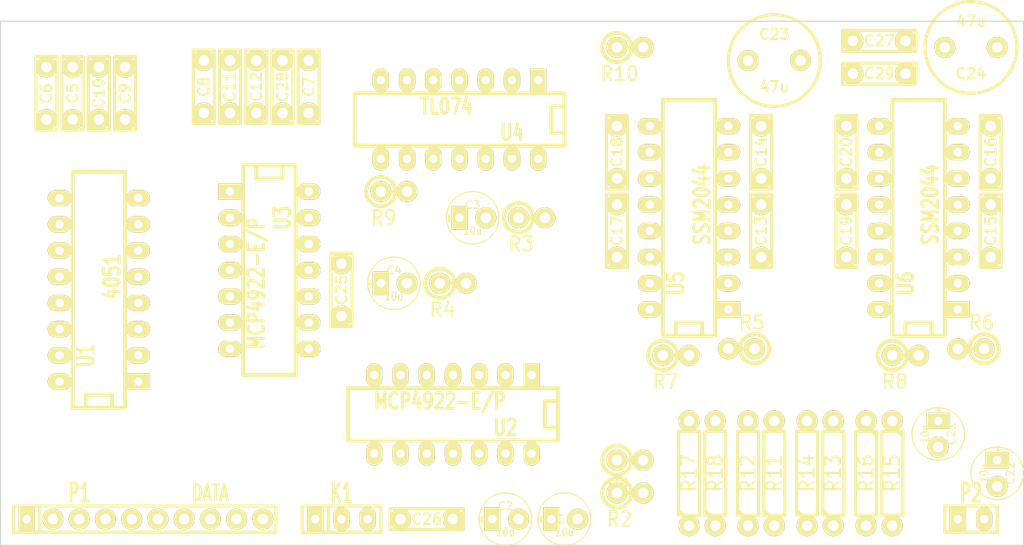
<source format=kicad_pcb>
(kicad_pcb (version 3) (host pcbnew "(2013-07-07 BZR 4022)-stable")

  (general
    (links 132)
    (no_connects 132)
    (area 43.129999 19.024599 142.814674 72.964674)
    (thickness 1.6)
    (drawings 4)
    (tracks 0)
    (zones 0)
    (modules 56)
    (nets 62)
  )

  (page User 159.995 119.99)
  (title_block 
    (title "Overcycler voice board")
    (rev 1)
    (company "GliGli's DIY")
  )

  (layers
    (15 F.Cu signal)
    (0 B.Cu signal)
    (21 F.SilkS user)
    (26 Eco1.User user)
    (28 Edge.Cuts user)
  )

  (setup
    (last_trace_width 0.762)
    (user_trace_width 0.762)
    (user_trace_width 1.27)
    (trace_clearance 0.508)
    (zone_clearance 0.508)
    (zone_45_only no)
    (trace_min 0.254)
    (segment_width 0.2)
    (edge_width 0.1)
    (via_size 2.032)
    (via_drill 0.508)
    (via_min_size 0.889)
    (via_min_drill 0.508)
    (uvia_size 0.000025)
    (uvia_drill 0)
    (uvias_allowed no)
    (uvia_min_size 0)
    (uvia_min_drill 0)
    (pcb_text_width 0.3)
    (pcb_text_size 1.5 1.5)
    (mod_edge_width 0.15)
    (mod_text_size 1 1)
    (mod_text_width 0.15)
    (pad_size 2.032 2.032)
    (pad_drill 1.016)
    (pad_to_mask_clearance 0)
    (aux_axis_origin 17.2466 21.59)
    (visible_elements 7FFFFFFF)
    (pcbplotparams
      (layerselection 3178497)
      (usegerberextensions true)
      (excludeedgelayer true)
      (linewidth 0.150000)
      (plotframeref false)
      (viasonmask false)
      (mode 1)
      (useauxorigin false)
      (hpglpennumber 1)
      (hpglpenspeed 20)
      (hpglpendiameter 15)
      (hpglpenoverlay 2)
      (psnegative false)
      (psa4output false)
      (plotreference true)
      (plotvalue true)
      (plotothertext true)
      (plotinvisibletext false)
      (padsonsilk false)
      (subtractmaskfromsilk false)
      (outputformat 1)
      (mirror false)
      (drillshape 1)
      (scaleselection 1)
      (outputdirectory ""))
  )

  (net 0 "")
  (net 1 +5V)
  (net 2 -5V)
  (net 3 //CS)
  (net 4 //LDAC_A)
  (net 5 //LDAC_B)
  (net 6 /OUT_A)
  (net 7 /OUT_B)
  (net 8 /SCK)
  (net 9 /SDI)
  (net 10 GND)
  (net 11 N-000001)
  (net 12 N-0000010)
  (net 13 N-0000011)
  (net 14 N-0000012)
  (net 15 N-0000013)
  (net 16 N-0000014)
  (net 17 N-0000015)
  (net 18 N-0000016)
  (net 19 N-0000017)
  (net 20 N-0000018)
  (net 21 N-0000019)
  (net 22 N-000002)
  (net 23 N-0000020)
  (net 24 N-0000021)
  (net 25 N-0000022)
  (net 26 N-0000023)
  (net 27 N-0000024)
  (net 28 N-0000025)
  (net 29 N-0000026)
  (net 30 N-0000027)
  (net 31 N-0000028)
  (net 32 N-0000029)
  (net 33 N-000003)
  (net 34 N-0000030)
  (net 35 N-0000035)
  (net 36 N-0000038)
  (net 37 N-0000039)
  (net 38 N-000004)
  (net 39 N-0000040)
  (net 40 N-0000041)
  (net 41 N-0000042)
  (net 42 N-0000043)
  (net 43 N-0000044)
  (net 44 N-0000045)
  (net 45 N-0000046)
  (net 46 N-0000047)
  (net 47 N-0000049)
  (net 48 N-000005)
  (net 49 N-0000050)
  (net 50 N-0000055)
  (net 51 N-0000058)
  (net 52 N-0000059)
  (net 53 N-000006)
  (net 54 N-0000060)
  (net 55 N-0000061)
  (net 56 N-0000062)
  (net 57 N-0000063)
  (net 58 N-0000067)
  (net 59 N-000007)
  (net 60 N-000008)
  (net 61 N-000009)

  (net_class Default "This is the default net class."
    (clearance 0.508)
    (trace_width 0.762)
    (via_dia 2.032)
    (via_drill 0.508)
    (uvia_dia 0.000025)
    (uvia_drill 0)
    (add_net "")
    (add_net +5V)
    (add_net -5V)
    (add_net //CS)
    (add_net //LDAC_A)
    (add_net //LDAC_B)
    (add_net /OUT_A)
    (add_net /OUT_B)
    (add_net /SCK)
    (add_net /SDI)
    (add_net N-000001)
    (add_net N-0000010)
    (add_net N-0000011)
    (add_net N-0000012)
    (add_net N-0000013)
    (add_net N-0000014)
    (add_net N-0000015)
    (add_net N-0000016)
    (add_net N-0000017)
    (add_net N-0000018)
    (add_net N-0000019)
    (add_net N-000002)
    (add_net N-0000020)
    (add_net N-0000021)
    (add_net N-0000022)
    (add_net N-0000023)
    (add_net N-0000024)
    (add_net N-0000025)
    (add_net N-0000026)
    (add_net N-0000027)
    (add_net N-0000028)
    (add_net N-0000029)
    (add_net N-000003)
    (add_net N-0000030)
    (add_net N-0000035)
    (add_net N-0000038)
    (add_net N-0000039)
    (add_net N-000004)
    (add_net N-0000040)
    (add_net N-0000041)
    (add_net N-0000042)
    (add_net N-0000043)
    (add_net N-0000044)
    (add_net N-0000045)
    (add_net N-0000046)
    (add_net N-0000047)
    (add_net N-0000049)
    (add_net N-000005)
    (add_net N-0000050)
    (add_net N-0000055)
    (add_net N-0000058)
    (add_net N-0000059)
    (add_net N-000006)
    (add_net N-0000060)
    (add_net N-0000061)
    (add_net N-0000062)
    (add_net N-0000063)
    (add_net N-0000067)
    (add_net N-000007)
    (add_net N-000008)
    (add_net N-000009)
  )

  (net_class pwr ""
    (clearance 0.508)
    (trace_width 1.27)
    (via_dia 2.032)
    (via_drill 0.508)
    (uvia_dia 0.000025)
    (uvia_drill 0)
    (add_net GND)
  )

  (module SIL-3 (layer F.Cu) (tedit 5208AF2D) (tstamp 5208DC68)
    (at 76.2 69.85)
    (descr "Connecteur 3 pins")
    (tags "CONN DEV")
    (path /5208B654)
    (fp_text reference K1 (at 0 -2.54) (layer F.SilkS)
      (effects (font (size 1.7907 1.07696) (thickness 0.3048)))
    )
    (fp_text value PWR (at 0 -2.54) (layer F.SilkS) hide
      (effects (font (size 1.524 1.016) (thickness 0.3048)))
    )
    (fp_line (start -3.81 1.27) (end -3.81 -1.27) (layer F.SilkS) (width 0.3048))
    (fp_line (start -3.81 -1.27) (end 3.81 -1.27) (layer F.SilkS) (width 0.3048))
    (fp_line (start 3.81 -1.27) (end 3.81 1.27) (layer F.SilkS) (width 0.3048))
    (fp_line (start 3.81 1.27) (end -3.81 1.27) (layer F.SilkS) (width 0.3048))
    (fp_line (start -1.27 -1.27) (end -1.27 1.27) (layer F.SilkS) (width 0.3048))
    (pad 1 thru_hole rect (at -2.54 0) (size 1.5748 2.286) (drill 0.8128)
      (layers *.Cu *.Mask F.SilkS)
      (net 1 +5V)
    )
    (pad 2 thru_hole oval (at 0 0) (size 1.5748 2.286) (drill 0.8128)
      (layers *.Cu *.Mask F.SilkS)
      (net 10 GND)
    )
    (pad 3 thru_hole oval (at 2.54 0) (size 1.5748 2.286) (drill 0.8128)
      (layers *.Cu *.Mask F.SilkS)
      (net 2 -5V)
    )
  )

  (module SIL-2 (layer F.Cu) (tedit 5208AF39) (tstamp 5208A7DD)
    (at 137.16 69.85)
    (descr "Connecteurs 2 pins")
    (tags "CONN DEV")
    (path /5208B645)
    (fp_text reference P2 (at 0 -2.54) (layer F.SilkS)
      (effects (font (size 1.72974 1.08712) (thickness 0.3048)))
    )
    (fp_text value OUT (at 0 -2.54) (layer F.SilkS) hide
      (effects (font (size 1.524 1.016) (thickness 0.3048)))
    )
    (fp_line (start -2.54 1.27) (end -2.54 -1.27) (layer F.SilkS) (width 0.3048))
    (fp_line (start -2.54 -1.27) (end 2.54 -1.27) (layer F.SilkS) (width 0.3048))
    (fp_line (start 2.54 -1.27) (end 2.54 1.27) (layer F.SilkS) (width 0.3048))
    (fp_line (start 2.54 1.27) (end -2.54 1.27) (layer F.SilkS) (width 0.3048))
    (pad 1 thru_hole rect (at -1.27 0) (size 1.5748 2.286) (drill 0.8128)
      (layers *.Cu *.Mask F.SilkS)
      (net 6 /OUT_A)
    )
    (pad 2 thru_hole oval (at 1.27 0) (size 1.5748 2.286) (drill 0.8128)
      (layers *.Cu *.Mask F.SilkS)
      (net 7 /OUT_B)
    )
  )

  (module R4-LARGE_PADS (layer F.Cu) (tedit 47E2673E) (tstamp 5208A7F9)
    (at 115.57 65.405 90)
    (descr "Resitance 4 pas")
    (tags R)
    (path /5208A173)
    (autoplace_cost180 10)
    (fp_text reference R12 (at 0 0 90) (layer F.SilkS)
      (effects (font (size 1.397 1.27) (thickness 0.2032)))
    )
    (fp_text value 470 (at 0 0 90) (layer F.SilkS) hide
      (effects (font (size 1.397 1.27) (thickness 0.2032)))
    )
    (fp_line (start -5.08 0) (end -4.064 0) (layer F.SilkS) (width 0.3048))
    (fp_line (start -4.064 0) (end -4.064 -1.016) (layer F.SilkS) (width 0.3048))
    (fp_line (start -4.064 -1.016) (end 4.064 -1.016) (layer F.SilkS) (width 0.3048))
    (fp_line (start 4.064 -1.016) (end 4.064 1.016) (layer F.SilkS) (width 0.3048))
    (fp_line (start 4.064 1.016) (end -4.064 1.016) (layer F.SilkS) (width 0.3048))
    (fp_line (start -4.064 1.016) (end -4.064 0) (layer F.SilkS) (width 0.3048))
    (fp_line (start -4.064 -0.508) (end -3.556 -1.016) (layer F.SilkS) (width 0.3048))
    (fp_line (start 5.08 0) (end 4.064 0) (layer F.SilkS) (width 0.3048))
    (pad 1 thru_hole circle (at -5.08 0 90) (size 2.032 2.032) (drill 1.016)
      (layers *.Cu *.Mask F.SilkS)
      (net 10 GND)
    )
    (pad 2 thru_hole circle (at 5.08 0 90) (size 2.032 2.032) (drill 1.016)
      (layers *.Cu *.Mask F.SilkS)
      (net 44 N-0000045)
    )
    (model discret/resistor.wrl
      (at (xyz 0 0 0))
      (scale (xyz 0.4 0.4 0.4))
      (rotate (xyz 0 0 0))
    )
  )

  (module R4-LARGE_PADS (layer F.Cu) (tedit 5208B15C) (tstamp 5208A807)
    (at 118.11 65.405 90)
    (descr "Resitance 4 pas")
    (tags R)
    (path /5208A167)
    (autoplace_cost180 10)
    (fp_text reference R11 (at 0 0 90) (layer F.SilkS)
      (effects (font (size 1.397 1.27) (thickness 0.2032)))
    )
    (fp_text value 220 (at 0 0 90) (layer F.SilkS) hide
      (effects (font (size 1.397 1.27) (thickness 0.2032)))
    )
    (fp_line (start -5.08 0) (end -4.064 0) (layer F.SilkS) (width 0.3048))
    (fp_line (start -4.064 0) (end -4.064 -1.016) (layer F.SilkS) (width 0.3048))
    (fp_line (start -4.064 -1.016) (end 4.064 -1.016) (layer F.SilkS) (width 0.3048))
    (fp_line (start 4.064 -1.016) (end 4.064 1.016) (layer F.SilkS) (width 0.3048))
    (fp_line (start 4.064 1.016) (end -4.064 1.016) (layer F.SilkS) (width 0.3048))
    (fp_line (start -4.064 1.016) (end -4.064 0) (layer F.SilkS) (width 0.3048))
    (fp_line (start -4.064 -0.508) (end -3.556 -1.016) (layer F.SilkS) (width 0.3048))
    (fp_line (start 5.08 0) (end 4.064 0) (layer F.SilkS) (width 0.3048))
    (pad 1 thru_hole circle (at -5.08 0 90) (size 2.032 2.032) (drill 1.016)
      (layers *.Cu *.Mask F.SilkS)
      (net 10 GND)
    )
    (pad 2 thru_hole circle (at 5.08 0 90) (size 2.032 2.032) (drill 1.016)
      (layers *.Cu *.Mask F.SilkS)
      (net 11 N-000001)
    )
    (model discret/resistor.wrl
      (at (xyz 0 0 0))
      (scale (xyz 0.4 0.4 0.4))
      (rotate (xyz 0 0 0))
    )
  )

  (module R4-LARGE_PADS (layer F.Cu) (tedit 5208B223) (tstamp 5208A84D)
    (at 109.855 65.405 90)
    (descr "Resitance 4 pas")
    (tags R)
    (path /5208A2BA)
    (autoplace_cost180 10)
    (fp_text reference R17 (at 0 0 90) (layer F.SilkS)
      (effects (font (size 1.397 1.27) (thickness 0.2032)))
    )
    (fp_text value 18k (at 0 0 90) (layer F.SilkS) hide
      (effects (font (size 1.397 1.27) (thickness 0.2032)))
    )
    (fp_line (start -5.08 0) (end -4.064 0) (layer F.SilkS) (width 0.3048))
    (fp_line (start -4.064 0) (end -4.064 -1.016) (layer F.SilkS) (width 0.3048))
    (fp_line (start -4.064 -1.016) (end 4.064 -1.016) (layer F.SilkS) (width 0.3048))
    (fp_line (start 4.064 -1.016) (end 4.064 1.016) (layer F.SilkS) (width 0.3048))
    (fp_line (start 4.064 1.016) (end -4.064 1.016) (layer F.SilkS) (width 0.3048))
    (fp_line (start -4.064 1.016) (end -4.064 0) (layer F.SilkS) (width 0.3048))
    (fp_line (start -4.064 -0.508) (end -3.556 -1.016) (layer F.SilkS) (width 0.3048))
    (fp_line (start 5.08 0) (end 4.064 0) (layer F.SilkS) (width 0.3048))
    (pad 1 thru_hole circle (at -5.08 0 90) (size 2.032 2.032) (drill 1.016)
      (layers *.Cu *.Mask F.SilkS)
      (net 2 -5V)
    )
    (pad 2 thru_hole circle (at 5.08 0 90) (size 2.032 2.032) (drill 1.016)
      (layers *.Cu *.Mask F.SilkS)
      (net 44 N-0000045)
    )
    (model discret/resistor.wrl
      (at (xyz 0 0 0))
      (scale (xyz 0.4 0.4 0.4))
      (rotate (xyz 0 0 0))
    )
  )

  (module R4-LARGE_PADS (layer F.Cu) (tedit 47E2673E) (tstamp 5208A85B)
    (at 129.54 65.405 270)
    (descr "Resitance 4 pas")
    (tags R)
    (path /5208A2D0)
    (autoplace_cost180 10)
    (fp_text reference R15 (at 0 0 270) (layer F.SilkS)
      (effects (font (size 1.397 1.27) (thickness 0.2032)))
    )
    (fp_text value 2k2 (at 0 0 270) (layer F.SilkS) hide
      (effects (font (size 1.397 1.27) (thickness 0.2032)))
    )
    (fp_line (start -5.08 0) (end -4.064 0) (layer F.SilkS) (width 0.3048))
    (fp_line (start -4.064 0) (end -4.064 -1.016) (layer F.SilkS) (width 0.3048))
    (fp_line (start -4.064 -1.016) (end 4.064 -1.016) (layer F.SilkS) (width 0.3048))
    (fp_line (start 4.064 -1.016) (end 4.064 1.016) (layer F.SilkS) (width 0.3048))
    (fp_line (start 4.064 1.016) (end -4.064 1.016) (layer F.SilkS) (width 0.3048))
    (fp_line (start -4.064 1.016) (end -4.064 0) (layer F.SilkS) (width 0.3048))
    (fp_line (start -4.064 -0.508) (end -3.556 -1.016) (layer F.SilkS) (width 0.3048))
    (fp_line (start 5.08 0) (end 4.064 0) (layer F.SilkS) (width 0.3048))
    (pad 1 thru_hole circle (at -5.08 0 270) (size 2.032 2.032) (drill 1.016)
      (layers *.Cu *.Mask F.SilkS)
      (net 37 N-0000039)
    )
    (pad 2 thru_hole circle (at 5.08 0 270) (size 2.032 2.032) (drill 1.016)
      (layers *.Cu *.Mask F.SilkS)
      (net 10 GND)
    )
    (model discret/resistor.wrl
      (at (xyz 0 0 0))
      (scale (xyz 0.4 0.4 0.4))
      (rotate (xyz 0 0 0))
    )
  )

  (module R4-LARGE_PADS (layer F.Cu) (tedit 47E2673E) (tstamp 5208A869)
    (at 123.825 65.405 90)
    (descr "Resitance 4 pas")
    (tags R)
    (path /5208A2DA)
    (autoplace_cost180 10)
    (fp_text reference R13 (at 0 0 90) (layer F.SilkS)
      (effects (font (size 1.397 1.27) (thickness 0.2032)))
    )
    (fp_text value 220 (at 0 0 90) (layer F.SilkS) hide
      (effects (font (size 1.397 1.27) (thickness 0.2032)))
    )
    (fp_line (start -5.08 0) (end -4.064 0) (layer F.SilkS) (width 0.3048))
    (fp_line (start -4.064 0) (end -4.064 -1.016) (layer F.SilkS) (width 0.3048))
    (fp_line (start -4.064 -1.016) (end 4.064 -1.016) (layer F.SilkS) (width 0.3048))
    (fp_line (start 4.064 -1.016) (end 4.064 1.016) (layer F.SilkS) (width 0.3048))
    (fp_line (start 4.064 1.016) (end -4.064 1.016) (layer F.SilkS) (width 0.3048))
    (fp_line (start -4.064 1.016) (end -4.064 0) (layer F.SilkS) (width 0.3048))
    (fp_line (start -4.064 -0.508) (end -3.556 -1.016) (layer F.SilkS) (width 0.3048))
    (fp_line (start 5.08 0) (end 4.064 0) (layer F.SilkS) (width 0.3048))
    (pad 1 thru_hole circle (at -5.08 0 90) (size 2.032 2.032) (drill 1.016)
      (layers *.Cu *.Mask F.SilkS)
      (net 10 GND)
    )
    (pad 2 thru_hole circle (at 5.08 0 90) (size 2.032 2.032) (drill 1.016)
      (layers *.Cu *.Mask F.SilkS)
      (net 60 N-000008)
    )
    (model discret/resistor.wrl
      (at (xyz 0 0 0))
      (scale (xyz 0.4 0.4 0.4))
      (rotate (xyz 0 0 0))
    )
  )

  (module R4-LARGE_PADS (layer F.Cu) (tedit 47E2673E) (tstamp 5208A8BD)
    (at 121.285 65.405 90)
    (descr "Resitance 4 pas")
    (tags R)
    (path /5208A2E6)
    (autoplace_cost180 10)
    (fp_text reference R14 (at 0 0 90) (layer F.SilkS)
      (effects (font (size 1.397 1.27) (thickness 0.2032)))
    )
    (fp_text value 470 (at 0 0 90) (layer F.SilkS) hide
      (effects (font (size 1.397 1.27) (thickness 0.2032)))
    )
    (fp_line (start -5.08 0) (end -4.064 0) (layer F.SilkS) (width 0.3048))
    (fp_line (start -4.064 0) (end -4.064 -1.016) (layer F.SilkS) (width 0.3048))
    (fp_line (start -4.064 -1.016) (end 4.064 -1.016) (layer F.SilkS) (width 0.3048))
    (fp_line (start 4.064 -1.016) (end 4.064 1.016) (layer F.SilkS) (width 0.3048))
    (fp_line (start 4.064 1.016) (end -4.064 1.016) (layer F.SilkS) (width 0.3048))
    (fp_line (start -4.064 1.016) (end -4.064 0) (layer F.SilkS) (width 0.3048))
    (fp_line (start -4.064 -0.508) (end -3.556 -1.016) (layer F.SilkS) (width 0.3048))
    (fp_line (start 5.08 0) (end 4.064 0) (layer F.SilkS) (width 0.3048))
    (pad 1 thru_hole circle (at -5.08 0 90) (size 2.032 2.032) (drill 1.016)
      (layers *.Cu *.Mask F.SilkS)
      (net 10 GND)
    )
    (pad 2 thru_hole circle (at 5.08 0 90) (size 2.032 2.032) (drill 1.016)
      (layers *.Cu *.Mask F.SilkS)
      (net 49 N-0000050)
    )
    (model discret/resistor.wrl
      (at (xyz 0 0 0))
      (scale (xyz 0.4 0.4 0.4))
      (rotate (xyz 0 0 0))
    )
  )

  (module R4-LARGE_PADS (layer F.Cu) (tedit 47E2673E) (tstamp 5208A8CB)
    (at 112.395 65.405 90)
    (descr "Resitance 4 pas")
    (tags R)
    (path /5208A2F5)
    (autoplace_cost180 10)
    (fp_text reference R18 (at 0 0 90) (layer F.SilkS)
      (effects (font (size 1.397 1.27) (thickness 0.2032)))
    )
    (fp_text value 18k (at 0 0 90) (layer F.SilkS) hide
      (effects (font (size 1.397 1.27) (thickness 0.2032)))
    )
    (fp_line (start -5.08 0) (end -4.064 0) (layer F.SilkS) (width 0.3048))
    (fp_line (start -4.064 0) (end -4.064 -1.016) (layer F.SilkS) (width 0.3048))
    (fp_line (start -4.064 -1.016) (end 4.064 -1.016) (layer F.SilkS) (width 0.3048))
    (fp_line (start 4.064 -1.016) (end 4.064 1.016) (layer F.SilkS) (width 0.3048))
    (fp_line (start 4.064 1.016) (end -4.064 1.016) (layer F.SilkS) (width 0.3048))
    (fp_line (start -4.064 1.016) (end -4.064 0) (layer F.SilkS) (width 0.3048))
    (fp_line (start -4.064 -0.508) (end -3.556 -1.016) (layer F.SilkS) (width 0.3048))
    (fp_line (start 5.08 0) (end 4.064 0) (layer F.SilkS) (width 0.3048))
    (pad 1 thru_hole circle (at -5.08 0 90) (size 2.032 2.032) (drill 1.016)
      (layers *.Cu *.Mask F.SilkS)
      (net 2 -5V)
    )
    (pad 2 thru_hole circle (at 5.08 0 90) (size 2.032 2.032) (drill 1.016)
      (layers *.Cu *.Mask F.SilkS)
      (net 49 N-0000050)
    )
    (model discret/resistor.wrl
      (at (xyz 0 0 0))
      (scale (xyz 0.4 0.4 0.4))
      (rotate (xyz 0 0 0))
    )
  )

  (module R4-LARGE_PADS (layer F.Cu) (tedit 47E2673E) (tstamp 5208A8D9)
    (at 127 65.405 270)
    (descr "Resitance 4 pas")
    (tags R)
    (path /5208A30A)
    (autoplace_cost180 10)
    (fp_text reference R16 (at 0 0 270) (layer F.SilkS)
      (effects (font (size 1.397 1.27) (thickness 0.2032)))
    )
    (fp_text value 2k2 (at 0 0 270) (layer F.SilkS) hide
      (effects (font (size 1.397 1.27) (thickness 0.2032)))
    )
    (fp_line (start -5.08 0) (end -4.064 0) (layer F.SilkS) (width 0.3048))
    (fp_line (start -4.064 0) (end -4.064 -1.016) (layer F.SilkS) (width 0.3048))
    (fp_line (start -4.064 -1.016) (end 4.064 -1.016) (layer F.SilkS) (width 0.3048))
    (fp_line (start 4.064 -1.016) (end 4.064 1.016) (layer F.SilkS) (width 0.3048))
    (fp_line (start 4.064 1.016) (end -4.064 1.016) (layer F.SilkS) (width 0.3048))
    (fp_line (start -4.064 1.016) (end -4.064 0) (layer F.SilkS) (width 0.3048))
    (fp_line (start -4.064 -0.508) (end -3.556 -1.016) (layer F.SilkS) (width 0.3048))
    (fp_line (start 5.08 0) (end 4.064 0) (layer F.SilkS) (width 0.3048))
    (pad 1 thru_hole circle (at -5.08 0 270) (size 2.032 2.032) (drill 1.016)
      (layers *.Cu *.Mask F.SilkS)
      (net 36 N-0000038)
    )
    (pad 2 thru_hole circle (at 5.08 0 270) (size 2.032 2.032) (drill 1.016)
      (layers *.Cu *.Mask F.SilkS)
      (net 10 GND)
    )
    (model discret/resistor.wrl
      (at (xyz 0 0 0))
      (scale (xyz 0.4 0.4 0.4))
      (rotate (xyz 0 0 0))
    )
  )

  (module DIP-16__300_ELL (layer F.Cu) (tedit 200000) (tstamp 5208B6E2)
    (at 109.855 40.64 90)
    (descr "16 pins DIL package, elliptical pads")
    (tags DIL)
    (path /5208A055)
    (fp_text reference U5 (at -6.35 -1.27 90) (layer F.SilkS)
      (effects (font (size 1.524 1.143) (thickness 0.3048)))
    )
    (fp_text value SSM2044 (at 1.27 1.27 90) (layer F.SilkS)
      (effects (font (size 1.524 1.143) (thickness 0.3048)))
    )
    (fp_line (start -11.43 -1.27) (end -11.43 -1.27) (layer F.SilkS) (width 0.381))
    (fp_line (start -11.43 -1.27) (end -10.16 -1.27) (layer F.SilkS) (width 0.381))
    (fp_line (start -10.16 -1.27) (end -10.16 1.27) (layer F.SilkS) (width 0.381))
    (fp_line (start -10.16 1.27) (end -11.43 1.27) (layer F.SilkS) (width 0.381))
    (fp_line (start -11.43 -2.54) (end 11.43 -2.54) (layer F.SilkS) (width 0.381))
    (fp_line (start 11.43 -2.54) (end 11.43 2.54) (layer F.SilkS) (width 0.381))
    (fp_line (start 11.43 2.54) (end -11.43 2.54) (layer F.SilkS) (width 0.381))
    (fp_line (start -11.43 2.54) (end -11.43 -2.54) (layer F.SilkS) (width 0.381))
    (pad 1 thru_hole rect (at -8.89 3.81 90) (size 1.5748 2.286) (drill 0.8128)
      (layers *.Cu *.Mask F.SilkS)
      (net 34 N-0000030)
    )
    (pad 2 thru_hole oval (at -6.35 3.81 90) (size 1.5748 2.286) (drill 0.8128)
      (layers *.Cu *.Mask F.SilkS)
      (net 13 N-0000011)
    )
    (pad 3 thru_hole oval (at -3.81 3.81 90) (size 1.5748 2.286) (drill 0.8128)
      (layers *.Cu *.Mask F.SilkS)
      (net 37 N-0000039)
    )
    (pad 4 thru_hole oval (at -1.27 3.81 90) (size 1.5748 2.286) (drill 0.8128)
      (layers *.Cu *.Mask F.SilkS)
      (net 22 N-000002)
    )
    (pad 5 thru_hole oval (at 1.27 3.81 90) (size 1.5748 2.286) (drill 0.8128)
      (layers *.Cu *.Mask F.SilkS)
      (net 29 N-0000026)
    )
    (pad 6 thru_hole oval (at 3.81 3.81 90) (size 1.5748 2.286) (drill 0.8128)
      (layers *.Cu *.Mask F.SilkS)
      (net 27 N-0000024)
    )
    (pad 7 thru_hole oval (at 6.35 3.81 90) (size 1.5748 2.286) (drill 0.8128)
      (layers *.Cu *.Mask F.SilkS)
      (net 28 N-0000025)
    )
    (pad 8 thru_hole oval (at 8.89 3.81 90) (size 1.5748 2.286) (drill 0.8128)
      (layers *.Cu *.Mask F.SilkS)
      (net 10 GND)
    )
    (pad 9 thru_hole oval (at 8.89 -3.81 90) (size 1.5748 2.286) (drill 0.8128)
      (layers *.Cu *.Mask F.SilkS)
      (net 2 -5V)
    )
    (pad 10 thru_hole oval (at 6.35 -3.81 90) (size 1.5748 2.286) (drill 0.8128)
      (layers *.Cu *.Mask F.SilkS)
      (net 32 N-0000029)
    )
    (pad 11 thru_hole oval (at 3.81 -3.81 90) (size 1.5748 2.286) (drill 0.8128)
      (layers *.Cu *.Mask F.SilkS)
      (net 31 N-0000028)
    )
    (pad 12 thru_hole oval (at 1.27 -3.81 90) (size 1.5748 2.286) (drill 0.8128)
      (layers *.Cu *.Mask F.SilkS)
      (net 30 N-0000027)
    )
    (pad 13 thru_hole oval (at -1.27 -3.81 90) (size 1.5748 2.286) (drill 0.8128)
      (layers *.Cu *.Mask F.SilkS)
      (net 44 N-0000045)
    )
    (pad 14 thru_hole oval (at -3.81 -3.81 90) (size 1.5748 2.286) (drill 0.8128)
      (layers *.Cu *.Mask F.SilkS)
      (net 26 N-0000023)
    )
    (pad 15 thru_hole oval (at -6.35 -3.81 90) (size 1.5748 2.286) (drill 0.8128)
      (layers *.Cu *.Mask F.SilkS)
      (net 11 N-000001)
    )
    (pad 16 thru_hole oval (at -8.89 -3.81 90) (size 1.5748 2.286) (drill 0.8128)
      (layers *.Cu *.Mask F.SilkS)
      (net 1 +5V)
    )
    (model dil/dil_16.wrl
      (at (xyz 0 0 0))
      (scale (xyz 1 1 1))
      (rotate (xyz 0 0 0))
    )
  )

  (module DIP-16__300_ELL (layer F.Cu) (tedit 520A1E01) (tstamp 5208A911)
    (at 132.08 40.64 90)
    (descr "16 pins DIL package, elliptical pads")
    (tags DIL)
    (path /5208A179)
    (fp_text reference U6 (at -6.35 -1.27 90) (layer F.SilkS)
      (effects (font (size 1.524 1.143) (thickness 0.3048)))
    )
    (fp_text value SSM2044 (at 1.27 1.143 90) (layer F.SilkS)
      (effects (font (size 1.524 1.143) (thickness 0.3048)))
    )
    (fp_line (start -11.43 -1.27) (end -11.43 -1.27) (layer F.SilkS) (width 0.381))
    (fp_line (start -11.43 -1.27) (end -10.16 -1.27) (layer F.SilkS) (width 0.381))
    (fp_line (start -10.16 -1.27) (end -10.16 1.27) (layer F.SilkS) (width 0.381))
    (fp_line (start -10.16 1.27) (end -11.43 1.27) (layer F.SilkS) (width 0.381))
    (fp_line (start -11.43 -2.54) (end 11.43 -2.54) (layer F.SilkS) (width 0.381))
    (fp_line (start 11.43 -2.54) (end 11.43 2.54) (layer F.SilkS) (width 0.381))
    (fp_line (start 11.43 2.54) (end -11.43 2.54) (layer F.SilkS) (width 0.381))
    (fp_line (start -11.43 2.54) (end -11.43 -2.54) (layer F.SilkS) (width 0.381))
    (pad 1 thru_hole rect (at -8.89 3.81 90) (size 1.5748 2.286) (drill 0.8128)
      (layers *.Cu *.Mask F.SilkS)
      (net 45 N-0000046)
    )
    (pad 2 thru_hole oval (at -6.35 3.81 90) (size 1.5748 2.286) (drill 0.8128)
      (layers *.Cu *.Mask F.SilkS)
      (net 43 N-0000044)
    )
    (pad 3 thru_hole oval (at -3.81 3.81 90) (size 1.5748 2.286) (drill 0.8128)
      (layers *.Cu *.Mask F.SilkS)
      (net 36 N-0000038)
    )
    (pad 4 thru_hole oval (at -1.27 3.81 90) (size 1.5748 2.286) (drill 0.8128)
      (layers *.Cu *.Mask F.SilkS)
      (net 12 N-0000010)
    )
    (pad 5 thru_hole oval (at 1.27 3.81 90) (size 1.5748 2.286) (drill 0.8128)
      (layers *.Cu *.Mask F.SilkS)
      (net 15 N-0000013)
    )
    (pad 6 thru_hole oval (at 3.81 3.81 90) (size 1.5748 2.286) (drill 0.8128)
      (layers *.Cu *.Mask F.SilkS)
      (net 16 N-0000014)
    )
    (pad 7 thru_hole oval (at 6.35 3.81 90) (size 1.5748 2.286) (drill 0.8128)
      (layers *.Cu *.Mask F.SilkS)
      (net 14 N-0000012)
    )
    (pad 8 thru_hole oval (at 8.89 3.81 90) (size 1.5748 2.286) (drill 0.8128)
      (layers *.Cu *.Mask F.SilkS)
      (net 10 GND)
    )
    (pad 9 thru_hole oval (at 8.89 -3.81 90) (size 1.5748 2.286) (drill 0.8128)
      (layers *.Cu *.Mask F.SilkS)
      (net 2 -5V)
    )
    (pad 10 thru_hole oval (at 6.35 -3.81 90) (size 1.5748 2.286) (drill 0.8128)
      (layers *.Cu *.Mask F.SilkS)
      (net 53 N-000006)
    )
    (pad 11 thru_hole oval (at 3.81 -3.81 90) (size 1.5748 2.286) (drill 0.8128)
      (layers *.Cu *.Mask F.SilkS)
      (net 48 N-000005)
    )
    (pad 12 thru_hole oval (at 1.27 -3.81 90) (size 1.5748 2.286) (drill 0.8128)
      (layers *.Cu *.Mask F.SilkS)
      (net 61 N-000009)
    )
    (pad 13 thru_hole oval (at -1.27 -3.81 90) (size 1.5748 2.286) (drill 0.8128)
      (layers *.Cu *.Mask F.SilkS)
      (net 49 N-0000050)
    )
    (pad 14 thru_hole oval (at -3.81 -3.81 90) (size 1.5748 2.286) (drill 0.8128)
      (layers *.Cu *.Mask F.SilkS)
      (net 59 N-000007)
    )
    (pad 15 thru_hole oval (at -6.35 -3.81 90) (size 1.5748 2.286) (drill 0.8128)
      (layers *.Cu *.Mask F.SilkS)
      (net 60 N-000008)
    )
    (pad 16 thru_hole oval (at -8.89 -3.81 90) (size 1.5748 2.286) (drill 0.8128)
      (layers *.Cu *.Mask F.SilkS)
      (net 1 +5V)
    )
    (model dil/dil_16.wrl
      (at (xyz 0 0 0))
      (scale (xyz 1 1 1))
      (rotate (xyz 0 0 0))
    )
  )

  (module C2V8 (layer F.Cu) (tedit 5208B204) (tstamp 5208C843)
    (at 137.16 24.13)
    (descr "Condensateur polarise")
    (tags CP)
    (path /5208A5B0)
    (fp_text reference C24 (at 0 2.54) (layer F.SilkS)
      (effects (font (size 1.016 1.016) (thickness 0.2032)))
    )
    (fp_text value 47u (at 0 -2.54) (layer F.SilkS)
      (effects (font (size 1.016 1.016) (thickness 0.2032)))
    )
    (fp_circle (center 0 0) (end -4.445 0) (layer F.SilkS) (width 0.3048))
    (pad 1 thru_hole circle (at -2.54 0) (size 2.032 2.032) (drill 1.016)
      (layers *.Cu *.Mask F.SilkS)
      (net 10 GND)
    )
    (pad 2 thru_hole circle (at 2.54 0) (size 2.032 2.032) (drill 1.016)
      (layers *.Cu *.Mask F.SilkS)
      (net 2 -5V)
    )
    (model discret/c_vert_c2v10.wrl
      (at (xyz 0 0 0))
      (scale (xyz 1 1 1))
      (rotate (xyz 0 0 0))
    )
  )

  (module C2V8 (layer F.Cu) (tedit 5208CA66) (tstamp 5208CA67)
    (at 118.11 25.4 180)
    (descr "Condensateur polarise")
    (tags CP)
    (path /5208A5A1)
    (fp_text reference C23 (at 0 2.54 180) (layer F.SilkS)
      (effects (font (size 1.016 1.016) (thickness 0.2032)))
    )
    (fp_text value 47u (at 0 -2.54 180) (layer F.SilkS)
      (effects (font (size 1.016 1.016) (thickness 0.2032)))
    )
    (fp_circle (center 0 0) (end -4.445 0) (layer F.SilkS) (width 0.3048))
    (pad 1 thru_hole circle (at -2.54 0 180) (size 2.032 2.032) (drill 1.016)
      (layers *.Cu *.Mask F.SilkS)
      (net 1 +5V)
    )
    (pad 2 thru_hole circle (at 2.54 0 180) (size 2.032 2.032) (drill 1.016)
      (layers *.Cu *.Mask F.SilkS)
      (net 10 GND)
    )
    (model discret/c_vert_c2v10.wrl
      (at (xyz 0 0 0))
      (scale (xyz 1 1 1))
      (rotate (xyz 0 0 0))
    )
  )

  (module C2 (layer F.Cu) (tedit 5208B119) (tstamp 5208B432)
    (at 116.84 41.91 90)
    (descr "Condensateur = 2 pas")
    (tags C)
    (path /5208A161)
    (fp_text reference C13 (at 0 0 90) (layer F.SilkS)
      (effects (font (size 1.016 1.016) (thickness 0.2032)))
    )
    (fp_text value 820p (at 0 0 90) (layer F.SilkS) hide
      (effects (font (size 1.016 1.016) (thickness 0.2032)))
    )
    (fp_line (start -3.556 -1.016) (end 3.556 -1.016) (layer F.SilkS) (width 0.3048))
    (fp_line (start 3.556 -1.016) (end 3.556 1.016) (layer F.SilkS) (width 0.3048))
    (fp_line (start 3.556 1.016) (end -3.556 1.016) (layer F.SilkS) (width 0.3048))
    (fp_line (start -3.556 1.016) (end -3.556 -1.016) (layer F.SilkS) (width 0.3048))
    (fp_line (start -3.556 -0.508) (end -3.048 -1.016) (layer F.SilkS) (width 0.3048))
    (pad 1 thru_hole circle (at -2.54 0 90) (size 2.032 2.032) (drill 1.016)
      (layers *.Cu *.Mask F.SilkS)
      (net 22 N-000002)
    )
    (pad 2 thru_hole circle (at 2.54 0 90) (size 2.032 2.032) (drill 1.016)
      (layers *.Cu *.Mask F.SilkS)
      (net 29 N-0000026)
    )
    (model discret/capa_2pas_5x5mm.wrl
      (at (xyz 0 0 0))
      (scale (xyz 1 1 1))
      (rotate (xyz 0 0 0))
    )
  )

  (module C2 (layer F.Cu) (tedit 5208AF1D) (tstamp 5208A9F4)
    (at 102.87 34.29 270)
    (descr "Condensateur = 2 pas")
    (tags C)
    (path /5208A14F)
    (fp_text reference C18 (at 0 0 270) (layer F.SilkS)
      (effects (font (size 1.016 1.016) (thickness 0.2032)))
    )
    (fp_text value 10n (at 0 0 270) (layer F.SilkS) hide
      (effects (font (size 1.016 1.016) (thickness 0.2032)))
    )
    (fp_line (start -3.556 -1.016) (end 3.556 -1.016) (layer F.SilkS) (width 0.3048))
    (fp_line (start 3.556 -1.016) (end 3.556 1.016) (layer F.SilkS) (width 0.3048))
    (fp_line (start 3.556 1.016) (end -3.556 1.016) (layer F.SilkS) (width 0.3048))
    (fp_line (start -3.556 1.016) (end -3.556 -1.016) (layer F.SilkS) (width 0.3048))
    (fp_line (start -3.556 -0.508) (end -3.048 -1.016) (layer F.SilkS) (width 0.3048))
    (pad 1 thru_hole circle (at -2.54 0 270) (size 2.032 2.032) (drill 1.016)
      (layers *.Cu *.Mask F.SilkS)
      (net 32 N-0000029)
    )
    (pad 2 thru_hole circle (at 2.54 0 270) (size 2.032 2.032) (drill 1.016)
      (layers *.Cu *.Mask F.SilkS)
      (net 31 N-0000028)
    )
    (model discret/capa_2pas_5x5mm.wrl
      (at (xyz 0 0 0))
      (scale (xyz 1 1 1))
      (rotate (xyz 0 0 0))
    )
  )

  (module C2 (layer F.Cu) (tedit 200000) (tstamp 5208A9FF)
    (at 102.87 41.91 270)
    (descr "Condensateur = 2 pas")
    (tags C)
    (path /5208A155)
    (fp_text reference C17 (at 0 0 270) (layer F.SilkS)
      (effects (font (size 1.016 1.016) (thickness 0.2032)))
    )
    (fp_text value 10n (at 0 0 270) (layer F.SilkS) hide
      (effects (font (size 1.016 1.016) (thickness 0.2032)))
    )
    (fp_line (start -3.556 -1.016) (end 3.556 -1.016) (layer F.SilkS) (width 0.3048))
    (fp_line (start 3.556 -1.016) (end 3.556 1.016) (layer F.SilkS) (width 0.3048))
    (fp_line (start 3.556 1.016) (end -3.556 1.016) (layer F.SilkS) (width 0.3048))
    (fp_line (start -3.556 1.016) (end -3.556 -1.016) (layer F.SilkS) (width 0.3048))
    (fp_line (start -3.556 -0.508) (end -3.048 -1.016) (layer F.SilkS) (width 0.3048))
    (pad 1 thru_hole circle (at -2.54 0 270) (size 2.032 2.032) (drill 1.016)
      (layers *.Cu *.Mask F.SilkS)
      (net 30 N-0000027)
    )
    (pad 2 thru_hole circle (at 2.54 0 270) (size 2.032 2.032) (drill 1.016)
      (layers *.Cu *.Mask F.SilkS)
      (net 26 N-0000023)
    )
    (model discret/capa_2pas_5x5mm.wrl
      (at (xyz 0 0 0))
      (scale (xyz 1 1 1))
      (rotate (xyz 0 0 0))
    )
  )

  (module C2 (layer F.Cu) (tedit 200000) (tstamp 5208AA0A)
    (at 116.84 34.29 90)
    (descr "Condensateur = 2 pas")
    (tags C)
    (path /5208A15B)
    (fp_text reference C14 (at 0 0 90) (layer F.SilkS)
      (effects (font (size 1.016 1.016) (thickness 0.2032)))
    )
    (fp_text value 10n (at 0 0 90) (layer F.SilkS) hide
      (effects (font (size 1.016 1.016) (thickness 0.2032)))
    )
    (fp_line (start -3.556 -1.016) (end 3.556 -1.016) (layer F.SilkS) (width 0.3048))
    (fp_line (start 3.556 -1.016) (end 3.556 1.016) (layer F.SilkS) (width 0.3048))
    (fp_line (start 3.556 1.016) (end -3.556 1.016) (layer F.SilkS) (width 0.3048))
    (fp_line (start -3.556 1.016) (end -3.556 -1.016) (layer F.SilkS) (width 0.3048))
    (fp_line (start -3.556 -0.508) (end -3.048 -1.016) (layer F.SilkS) (width 0.3048))
    (pad 1 thru_hole circle (at -2.54 0 90) (size 2.032 2.032) (drill 1.016)
      (layers *.Cu *.Mask F.SilkS)
      (net 27 N-0000024)
    )
    (pad 2 thru_hole circle (at 2.54 0 90) (size 2.032 2.032) (drill 1.016)
      (layers *.Cu *.Mask F.SilkS)
      (net 28 N-0000025)
    )
    (model discret/capa_2pas_5x5mm.wrl
      (at (xyz 0 0 0))
      (scale (xyz 1 1 1))
      (rotate (xyz 0 0 0))
    )
  )

  (module C2 (layer F.Cu) (tedit 200000) (tstamp 5208AA15)
    (at 139.065 41.91 90)
    (descr "Condensateur = 2 pas")
    (tags C)
    (path /5208A1A3)
    (fp_text reference C15 (at 0 0 90) (layer F.SilkS)
      (effects (font (size 1.016 1.016) (thickness 0.2032)))
    )
    (fp_text value 820p (at 0 0 90) (layer F.SilkS) hide
      (effects (font (size 1.016 1.016) (thickness 0.2032)))
    )
    (fp_line (start -3.556 -1.016) (end 3.556 -1.016) (layer F.SilkS) (width 0.3048))
    (fp_line (start 3.556 -1.016) (end 3.556 1.016) (layer F.SilkS) (width 0.3048))
    (fp_line (start 3.556 1.016) (end -3.556 1.016) (layer F.SilkS) (width 0.3048))
    (fp_line (start -3.556 1.016) (end -3.556 -1.016) (layer F.SilkS) (width 0.3048))
    (fp_line (start -3.556 -0.508) (end -3.048 -1.016) (layer F.SilkS) (width 0.3048))
    (pad 1 thru_hole circle (at -2.54 0 90) (size 2.032 2.032) (drill 1.016)
      (layers *.Cu *.Mask F.SilkS)
      (net 12 N-0000010)
    )
    (pad 2 thru_hole circle (at 2.54 0 90) (size 2.032 2.032) (drill 1.016)
      (layers *.Cu *.Mask F.SilkS)
      (net 15 N-0000013)
    )
    (model discret/capa_2pas_5x5mm.wrl
      (at (xyz 0 0 0))
      (scale (xyz 1 1 1))
      (rotate (xyz 0 0 0))
    )
  )

  (module C2 (layer F.Cu) (tedit 200000) (tstamp 5208AA20)
    (at 139.065 34.29 90)
    (descr "Condensateur = 2 pas")
    (tags C)
    (path /5208A19D)
    (fp_text reference C16 (at 0 0 90) (layer F.SilkS)
      (effects (font (size 1.016 1.016) (thickness 0.2032)))
    )
    (fp_text value 10n (at 0 0 90) (layer F.SilkS) hide
      (effects (font (size 1.016 1.016) (thickness 0.2032)))
    )
    (fp_line (start -3.556 -1.016) (end 3.556 -1.016) (layer F.SilkS) (width 0.3048))
    (fp_line (start 3.556 -1.016) (end 3.556 1.016) (layer F.SilkS) (width 0.3048))
    (fp_line (start 3.556 1.016) (end -3.556 1.016) (layer F.SilkS) (width 0.3048))
    (fp_line (start -3.556 1.016) (end -3.556 -1.016) (layer F.SilkS) (width 0.3048))
    (fp_line (start -3.556 -0.508) (end -3.048 -1.016) (layer F.SilkS) (width 0.3048))
    (pad 1 thru_hole circle (at -2.54 0 90) (size 2.032 2.032) (drill 1.016)
      (layers *.Cu *.Mask F.SilkS)
      (net 16 N-0000014)
    )
    (pad 2 thru_hole circle (at 2.54 0 90) (size 2.032 2.032) (drill 1.016)
      (layers *.Cu *.Mask F.SilkS)
      (net 14 N-0000012)
    )
    (model discret/capa_2pas_5x5mm.wrl
      (at (xyz 0 0 0))
      (scale (xyz 1 1 1))
      (rotate (xyz 0 0 0))
    )
  )

  (module C2 (layer F.Cu) (tedit 200000) (tstamp 5208AA2B)
    (at 125.095 41.91 270)
    (descr "Condensateur = 2 pas")
    (tags C)
    (path /5208A197)
    (fp_text reference C19 (at 0 0 270) (layer F.SilkS)
      (effects (font (size 1.016 1.016) (thickness 0.2032)))
    )
    (fp_text value 10n (at 0 0 270) (layer F.SilkS) hide
      (effects (font (size 1.016 1.016) (thickness 0.2032)))
    )
    (fp_line (start -3.556 -1.016) (end 3.556 -1.016) (layer F.SilkS) (width 0.3048))
    (fp_line (start 3.556 -1.016) (end 3.556 1.016) (layer F.SilkS) (width 0.3048))
    (fp_line (start 3.556 1.016) (end -3.556 1.016) (layer F.SilkS) (width 0.3048))
    (fp_line (start -3.556 1.016) (end -3.556 -1.016) (layer F.SilkS) (width 0.3048))
    (fp_line (start -3.556 -0.508) (end -3.048 -1.016) (layer F.SilkS) (width 0.3048))
    (pad 1 thru_hole circle (at -2.54 0 270) (size 2.032 2.032) (drill 1.016)
      (layers *.Cu *.Mask F.SilkS)
      (net 61 N-000009)
    )
    (pad 2 thru_hole circle (at 2.54 0 270) (size 2.032 2.032) (drill 1.016)
      (layers *.Cu *.Mask F.SilkS)
      (net 59 N-000007)
    )
    (model discret/capa_2pas_5x5mm.wrl
      (at (xyz 0 0 0))
      (scale (xyz 1 1 1))
      (rotate (xyz 0 0 0))
    )
  )

  (module C2 (layer F.Cu) (tedit 200000) (tstamp 5208AA36)
    (at 125.095 34.29 270)
    (descr "Condensateur = 2 pas")
    (tags C)
    (path /5208A191)
    (fp_text reference C20 (at 0 0 270) (layer F.SilkS)
      (effects (font (size 1.016 1.016) (thickness 0.2032)))
    )
    (fp_text value 10n (at 0 0 270) (layer F.SilkS) hide
      (effects (font (size 1.016 1.016) (thickness 0.2032)))
    )
    (fp_line (start -3.556 -1.016) (end 3.556 -1.016) (layer F.SilkS) (width 0.3048))
    (fp_line (start 3.556 -1.016) (end 3.556 1.016) (layer F.SilkS) (width 0.3048))
    (fp_line (start 3.556 1.016) (end -3.556 1.016) (layer F.SilkS) (width 0.3048))
    (fp_line (start -3.556 1.016) (end -3.556 -1.016) (layer F.SilkS) (width 0.3048))
    (fp_line (start -3.556 -0.508) (end -3.048 -1.016) (layer F.SilkS) (width 0.3048))
    (pad 1 thru_hole circle (at -2.54 0 270) (size 2.032 2.032) (drill 1.016)
      (layers *.Cu *.Mask F.SilkS)
      (net 53 N-000006)
    )
    (pad 2 thru_hole circle (at 2.54 0 270) (size 2.032 2.032) (drill 1.016)
      (layers *.Cu *.Mask F.SilkS)
      (net 48 N-000005)
    )
    (model discret/capa_2pas_5x5mm.wrl
      (at (xyz 0 0 0))
      (scale (xyz 1 1 1))
      (rotate (xyz 0 0 0))
    )
  )

  (module C2 (layer F.Cu) (tedit 200000) (tstamp 5208B539)
    (at 128.27 23.495)
    (descr "Condensateur = 2 pas")
    (tags C)
    (path /5208B49D)
    (fp_text reference C27 (at 0 0) (layer F.SilkS)
      (effects (font (size 1.016 1.016) (thickness 0.2032)))
    )
    (fp_text value 100n (at 0 0) (layer F.SilkS) hide
      (effects (font (size 1.016 1.016) (thickness 0.2032)))
    )
    (fp_line (start -3.556 -1.016) (end 3.556 -1.016) (layer F.SilkS) (width 0.3048))
    (fp_line (start 3.556 -1.016) (end 3.556 1.016) (layer F.SilkS) (width 0.3048))
    (fp_line (start 3.556 1.016) (end -3.556 1.016) (layer F.SilkS) (width 0.3048))
    (fp_line (start -3.556 1.016) (end -3.556 -1.016) (layer F.SilkS) (width 0.3048))
    (fp_line (start -3.556 -0.508) (end -3.048 -1.016) (layer F.SilkS) (width 0.3048))
    (pad 1 thru_hole circle (at -2.54 0) (size 2.032 2.032) (drill 1.016)
      (layers *.Cu *.Mask F.SilkS)
      (net 1 +5V)
    )
    (pad 2 thru_hole circle (at 2.54 0) (size 2.032 2.032) (drill 1.016)
      (layers *.Cu *.Mask F.SilkS)
      (net 10 GND)
    )
    (model discret/capa_2pas_5x5mm.wrl
      (at (xyz 0 0 0))
      (scale (xyz 1 1 1))
      (rotate (xyz 0 0 0))
    )
  )

  (module C2 (layer F.Cu) (tedit 200000) (tstamp 5208B627)
    (at 128.27 26.67 180)
    (descr "Condensateur = 2 pas")
    (tags C)
    (path /5208C610)
    (fp_text reference C29 (at 0 0 180) (layer F.SilkS)
      (effects (font (size 1.016 1.016) (thickness 0.2032)))
    )
    (fp_text value 100n (at 0 0 180) (layer F.SilkS) hide
      (effects (font (size 1.016 1.016) (thickness 0.2032)))
    )
    (fp_line (start -3.556 -1.016) (end 3.556 -1.016) (layer F.SilkS) (width 0.3048))
    (fp_line (start 3.556 -1.016) (end 3.556 1.016) (layer F.SilkS) (width 0.3048))
    (fp_line (start 3.556 1.016) (end -3.556 1.016) (layer F.SilkS) (width 0.3048))
    (fp_line (start -3.556 1.016) (end -3.556 -1.016) (layer F.SilkS) (width 0.3048))
    (fp_line (start -3.556 -0.508) (end -3.048 -1.016) (layer F.SilkS) (width 0.3048))
    (pad 1 thru_hole circle (at -2.54 0 180) (size 2.032 2.032) (drill 1.016)
      (layers *.Cu *.Mask F.SilkS)
      (net 10 GND)
    )
    (pad 2 thru_hole circle (at 2.54 0 180) (size 2.032 2.032) (drill 1.016)
      (layers *.Cu *.Mask F.SilkS)
      (net 2 -5V)
    )
    (model discret/capa_2pas_5x5mm.wrl
      (at (xyz 0 0 0))
      (scale (xyz 1 1 1))
      (rotate (xyz 0 0 0))
    )
  )

  (module SIL-10 (layer F.Cu) (tedit 520A03BC) (tstamp 5209E2D6)
    (at 57.15 69.85)
    (descr "Connecteur 10 pins")
    (tags "CONN DEV")
    (path /5208BD9F)
    (fp_text reference P1 (at -6.35 -2.54) (layer F.SilkS)
      (effects (font (size 1.72974 1.08712) (thickness 0.3048)))
    )
    (fp_text value DATA (at 6.35 -2.54) (layer F.SilkS)
      (effects (font (size 1.524 1.016) (thickness 0.3048)))
    )
    (fp_line (start -12.7 1.27) (end -12.7 -1.27) (layer F.SilkS) (width 0.3048))
    (fp_line (start -12.7 -1.27) (end 12.7 -1.27) (layer F.SilkS) (width 0.3048))
    (fp_line (start 12.7 -1.27) (end 12.7 1.27) (layer F.SilkS) (width 0.3048))
    (fp_line (start 12.7 1.27) (end -12.7 1.27) (layer F.SilkS) (width 0.3048))
    (fp_line (start -10.16 1.27) (end -10.16 -1.27) (layer F.SilkS) (width 0.3048))
    (pad 1 thru_hole rect (at -11.43 0) (size 1.5748 2.286) (drill 0.8128)
      (layers *.Cu *.Mask F.SilkS)
      (net 39 N-0000040)
    )
    (pad 2 thru_hole circle (at -8.89 0) (size 2.032 2.032) (drill 1.016)
      (layers *.Cu *.Mask F.SilkS)
      (net 41 N-0000042)
    )
    (pad 3 thru_hole circle (at -6.35 0) (size 2.032 2.032) (drill 1.016)
      (layers *.Cu *.Mask F.SilkS)
      (net 47 N-0000049)
    )
    (pad 4 thru_hole circle (at -3.81 0) (size 2.032 2.032) (drill 1.016)
      (layers *.Cu *.Mask F.SilkS)
      (net 40 N-0000041)
    )
    (pad 5 thru_hole circle (at -1.27 0) (size 2.032 2.032) (drill 1.016)
      (layers *.Cu *.Mask F.SilkS)
      (net 35 N-0000035)
    )
    (pad 6 thru_hole circle (at 1.27 0) (size 2.032 2.032) (drill 1.016)
      (layers *.Cu *.Mask F.SilkS)
      (net 3 //CS)
    )
    (pad 7 thru_hole circle (at 3.81 0) (size 2.032 2.032) (drill 1.016)
      (layers *.Cu *.Mask F.SilkS)
      (net 8 /SCK)
    )
    (pad 8 thru_hole circle (at 6.35 0) (size 2.032 2.032) (drill 1.016)
      (layers *.Cu *.Mask F.SilkS)
      (net 9 /SDI)
    )
    (pad 9 thru_hole circle (at 8.89 0) (size 2.032 2.032) (drill 1.016)
      (layers *.Cu *.Mask F.SilkS)
      (net 5 //LDAC_B)
    )
    (pad 10 thru_hole circle (at 11.43 0) (size 2.032 2.032) (drill 1.016)
      (layers *.Cu *.Mask F.SilkS)
      (net 4 //LDAC_A)
    )
  )

  (module DIP-16__300_ELL (layer F.Cu) (tedit 200000) (tstamp 520A32E7)
    (at 52.705 47.625 90)
    (descr "16 pins DIL package, elliptical pads")
    (tags DIL)
    (path /5208A061)
    (fp_text reference U1 (at -6.35 -1.27 90) (layer F.SilkS)
      (effects (font (size 1.524 1.143) (thickness 0.3048)))
    )
    (fp_text value 4051 (at 1.27 1.27 90) (layer F.SilkS)
      (effects (font (size 1.524 1.143) (thickness 0.3048)))
    )
    (fp_line (start -11.43 -1.27) (end -11.43 -1.27) (layer F.SilkS) (width 0.381))
    (fp_line (start -11.43 -1.27) (end -10.16 -1.27) (layer F.SilkS) (width 0.381))
    (fp_line (start -10.16 -1.27) (end -10.16 1.27) (layer F.SilkS) (width 0.381))
    (fp_line (start -10.16 1.27) (end -11.43 1.27) (layer F.SilkS) (width 0.381))
    (fp_line (start -11.43 -2.54) (end 11.43 -2.54) (layer F.SilkS) (width 0.381))
    (fp_line (start 11.43 -2.54) (end 11.43 2.54) (layer F.SilkS) (width 0.381))
    (fp_line (start 11.43 2.54) (end -11.43 2.54) (layer F.SilkS) (width 0.381))
    (fp_line (start -11.43 2.54) (end -11.43 -2.54) (layer F.SilkS) (width 0.381))
    (pad 1 thru_hole rect (at -8.89 3.81 90) (size 1.5748 2.286) (drill 0.8128)
      (layers *.Cu *.Mask F.SilkS)
      (net 51 N-0000058)
    )
    (pad 2 thru_hole oval (at -6.35 3.81 90) (size 1.5748 2.286) (drill 0.8128)
      (layers *.Cu *.Mask F.SilkS)
      (net 52 N-0000059)
    )
    (pad 3 thru_hole oval (at -3.81 3.81 90) (size 1.5748 2.286) (drill 0.8128)
      (layers *.Cu *.Mask F.SilkS)
      (net 35 N-0000035)
    )
    (pad 4 thru_hole oval (at -1.27 3.81 90) (size 1.5748 2.286) (drill 0.8128)
      (layers *.Cu *.Mask F.SilkS)
      (net 54 N-0000060)
    )
    (pad 5 thru_hole oval (at 1.27 3.81 90) (size 1.5748 2.286) (drill 0.8128)
      (layers *.Cu *.Mask F.SilkS)
      (net 50 N-0000055)
    )
    (pad 6 thru_hole oval (at 3.81 3.81 90) (size 1.5748 2.286) (drill 0.8128)
      (layers *.Cu *.Mask F.SilkS)
      (net 40 N-0000041)
    )
    (pad 7 thru_hole oval (at 6.35 3.81 90) (size 1.5748 2.286) (drill 0.8128)
      (layers *.Cu *.Mask F.SilkS)
      (net 2 -5V)
    )
    (pad 8 thru_hole oval (at 8.89 3.81 90) (size 1.5748 2.286) (drill 0.8128)
      (layers *.Cu *.Mask F.SilkS)
      (net 10 GND)
    )
    (pad 9 thru_hole oval (at 8.89 -3.81 90) (size 1.5748 2.286) (drill 0.8128)
      (layers *.Cu *.Mask F.SilkS)
      (net 39 N-0000040)
    )
    (pad 10 thru_hole oval (at 6.35 -3.81 90) (size 1.5748 2.286) (drill 0.8128)
      (layers *.Cu *.Mask F.SilkS)
      (net 41 N-0000042)
    )
    (pad 11 thru_hole oval (at 3.81 -3.81 90) (size 1.5748 2.286) (drill 0.8128)
      (layers *.Cu *.Mask F.SilkS)
      (net 47 N-0000049)
    )
    (pad 12 thru_hole oval (at 1.27 -3.81 90) (size 1.5748 2.286) (drill 0.8128)
      (layers *.Cu *.Mask F.SilkS)
      (net 58 N-0000067)
    )
    (pad 13 thru_hole oval (at -1.27 -3.81 90) (size 1.5748 2.286) (drill 0.8128)
      (layers *.Cu *.Mask F.SilkS)
      (net 55 N-0000061)
    )
    (pad 14 thru_hole oval (at -3.81 -3.81 90) (size 1.5748 2.286) (drill 0.8128)
      (layers *.Cu *.Mask F.SilkS)
      (net 56 N-0000062)
    )
    (pad 15 thru_hole oval (at -6.35 -3.81 90) (size 1.5748 2.286) (drill 0.8128)
      (layers *.Cu *.Mask F.SilkS)
      (net 57 N-0000063)
    )
    (pad 16 thru_hole oval (at -8.89 -3.81 90) (size 1.5748 2.286) (drill 0.8128)
      (layers *.Cu *.Mask F.SilkS)
      (net 1 +5V)
    )
    (model dil/dil_16.wrl
      (at (xyz 0 0 0))
      (scale (xyz 1 1 1))
      (rotate (xyz 0 0 0))
    )
  )

  (module DIP-14__300_ELL (layer F.Cu) (tedit 200000) (tstamp 5209E8DF)
    (at 86.995 59.69 180)
    (descr "14 pins DIL package, elliptical pads")
    (tags DIL)
    (path /5208A067)
    (fp_text reference U2 (at -5.08 -1.27 180) (layer F.SilkS)
      (effects (font (size 1.524 1.143) (thickness 0.3048)))
    )
    (fp_text value MCP4922-E/P (at 1.27 1.27 180) (layer F.SilkS)
      (effects (font (size 1.524 1.143) (thickness 0.3048)))
    )
    (fp_line (start -10.16 -2.54) (end 10.16 -2.54) (layer F.SilkS) (width 0.381))
    (fp_line (start 10.16 2.54) (end -10.16 2.54) (layer F.SilkS) (width 0.381))
    (fp_line (start -10.16 2.54) (end -10.16 -2.54) (layer F.SilkS) (width 0.381))
    (fp_line (start -10.16 -1.27) (end -8.89 -1.27) (layer F.SilkS) (width 0.381))
    (fp_line (start -8.89 -1.27) (end -8.89 1.27) (layer F.SilkS) (width 0.381))
    (fp_line (start -8.89 1.27) (end -10.16 1.27) (layer F.SilkS) (width 0.381))
    (fp_line (start 10.16 -2.54) (end 10.16 2.54) (layer F.SilkS) (width 0.381))
    (pad 1 thru_hole rect (at -7.62 3.81 180) (size 1.5748 2.286) (drill 0.8128)
      (layers *.Cu *.Mask F.SilkS)
      (net 1 +5V)
    )
    (pad 2 thru_hole oval (at -5.08 3.81 180) (size 1.5748 2.286) (drill 0.8128)
      (layers *.Cu *.Mask F.SilkS)
    )
    (pad 3 thru_hole oval (at -2.54 3.81 180) (size 1.5748 2.286) (drill 0.8128)
      (layers *.Cu *.Mask F.SilkS)
      (net 3 //CS)
    )
    (pad 4 thru_hole oval (at 0 3.81 180) (size 1.5748 2.286) (drill 0.8128)
      (layers *.Cu *.Mask F.SilkS)
      (net 8 /SCK)
    )
    (pad 5 thru_hole oval (at 2.54 3.81 180) (size 1.5748 2.286) (drill 0.8128)
      (layers *.Cu *.Mask F.SilkS)
      (net 9 /SDI)
    )
    (pad 6 thru_hole oval (at 5.08 3.81 180) (size 1.5748 2.286) (drill 0.8128)
      (layers *.Cu *.Mask F.SilkS)
    )
    (pad 7 thru_hole oval (at 7.62 3.81 180) (size 1.5748 2.286) (drill 0.8128)
      (layers *.Cu *.Mask F.SilkS)
    )
    (pad 8 thru_hole oval (at 7.62 -3.81 180) (size 1.5748 2.286) (drill 0.8128)
      (layers *.Cu *.Mask F.SilkS)
      (net 4 //LDAC_A)
    )
    (pad 9 thru_hole oval (at 5.08 -3.81 180) (size 1.5748 2.286) (drill 0.8128)
      (layers *.Cu *.Mask F.SilkS)
      (net 1 +5V)
    )
    (pad 10 thru_hole oval (at 2.54 -3.81 180) (size 1.5748 2.286) (drill 0.8128)
      (layers *.Cu *.Mask F.SilkS)
      (net 38 N-000004)
    )
    (pad 11 thru_hole oval (at 0 -3.81 180) (size 1.5748 2.286) (drill 0.8128)
      (layers *.Cu *.Mask F.SilkS)
      (net 56 N-0000062)
    )
    (pad 12 thru_hole oval (at -2.54 -3.81 180) (size 1.5748 2.286) (drill 0.8128)
      (layers *.Cu *.Mask F.SilkS)
      (net 10 GND)
    )
    (pad 13 thru_hole oval (at -5.08 -3.81 180) (size 1.5748 2.286) (drill 0.8128)
      (layers *.Cu *.Mask F.SilkS)
      (net 55 N-0000061)
    )
    (pad 14 thru_hole oval (at -7.62 -3.81 180) (size 1.5748 2.286) (drill 0.8128)
      (layers *.Cu *.Mask F.SilkS)
      (net 33 N-000003)
    )
    (model dil/dil_14.wrl
      (at (xyz 0 0 0))
      (scale (xyz 1 1 1))
      (rotate (xyz 0 0 0))
    )
  )

  (module DIP-14__300_ELL (layer F.Cu) (tedit 200000) (tstamp 5209E8F8)
    (at 69.215 45.72 270)
    (descr "14 pins DIL package, elliptical pads")
    (tags DIL)
    (path /5208A06D)
    (fp_text reference U3 (at -5.08 -1.27 270) (layer F.SilkS)
      (effects (font (size 1.524 1.143) (thickness 0.3048)))
    )
    (fp_text value MCP4922-E/P (at 1.27 1.27 270) (layer F.SilkS)
      (effects (font (size 1.524 1.143) (thickness 0.3048)))
    )
    (fp_line (start -10.16 -2.54) (end 10.16 -2.54) (layer F.SilkS) (width 0.381))
    (fp_line (start 10.16 2.54) (end -10.16 2.54) (layer F.SilkS) (width 0.381))
    (fp_line (start -10.16 2.54) (end -10.16 -2.54) (layer F.SilkS) (width 0.381))
    (fp_line (start -10.16 -1.27) (end -8.89 -1.27) (layer F.SilkS) (width 0.381))
    (fp_line (start -8.89 -1.27) (end -8.89 1.27) (layer F.SilkS) (width 0.381))
    (fp_line (start -8.89 1.27) (end -10.16 1.27) (layer F.SilkS) (width 0.381))
    (fp_line (start 10.16 -2.54) (end 10.16 2.54) (layer F.SilkS) (width 0.381))
    (pad 1 thru_hole rect (at -7.62 3.81 270) (size 1.5748 2.286) (drill 0.8128)
      (layers *.Cu *.Mask F.SilkS)
      (net 1 +5V)
    )
    (pad 2 thru_hole oval (at -5.08 3.81 270) (size 1.5748 2.286) (drill 0.8128)
      (layers *.Cu *.Mask F.SilkS)
    )
    (pad 3 thru_hole oval (at -2.54 3.81 270) (size 1.5748 2.286) (drill 0.8128)
      (layers *.Cu *.Mask F.SilkS)
      (net 3 //CS)
    )
    (pad 4 thru_hole oval (at 0 3.81 270) (size 1.5748 2.286) (drill 0.8128)
      (layers *.Cu *.Mask F.SilkS)
      (net 8 /SCK)
    )
    (pad 5 thru_hole oval (at 2.54 3.81 270) (size 1.5748 2.286) (drill 0.8128)
      (layers *.Cu *.Mask F.SilkS)
      (net 9 /SDI)
    )
    (pad 6 thru_hole oval (at 5.08 3.81 270) (size 1.5748 2.286) (drill 0.8128)
      (layers *.Cu *.Mask F.SilkS)
    )
    (pad 7 thru_hole oval (at 7.62 3.81 270) (size 1.5748 2.286) (drill 0.8128)
      (layers *.Cu *.Mask F.SilkS)
    )
    (pad 8 thru_hole oval (at 7.62 -3.81 270) (size 1.5748 2.286) (drill 0.8128)
      (layers *.Cu *.Mask F.SilkS)
      (net 5 //LDAC_B)
    )
    (pad 9 thru_hole oval (at 5.08 -3.81 270) (size 1.5748 2.286) (drill 0.8128)
      (layers *.Cu *.Mask F.SilkS)
      (net 1 +5V)
    )
    (pad 10 thru_hole oval (at 2.54 -3.81 270) (size 1.5748 2.286) (drill 0.8128)
      (layers *.Cu *.Mask F.SilkS)
      (net 20 N-0000018)
    )
    (pad 11 thru_hole oval (at 0 -3.81 270) (size 1.5748 2.286) (drill 0.8128)
      (layers *.Cu *.Mask F.SilkS)
      (net 50 N-0000055)
    )
    (pad 12 thru_hole oval (at -2.54 -3.81 270) (size 1.5748 2.286) (drill 0.8128)
      (layers *.Cu *.Mask F.SilkS)
      (net 10 GND)
    )
    (pad 13 thru_hole oval (at -5.08 -3.81 270) (size 1.5748 2.286) (drill 0.8128)
      (layers *.Cu *.Mask F.SilkS)
      (net 51 N-0000058)
    )
    (pad 14 thru_hole oval (at -7.62 -3.81 270) (size 1.5748 2.286) (drill 0.8128)
      (layers *.Cu *.Mask F.SilkS)
      (net 19 N-0000017)
    )
    (model dil/dil_14.wrl
      (at (xyz 0 0 0))
      (scale (xyz 1 1 1))
      (rotate (xyz 0 0 0))
    )
  )

  (module DIP-14__300_ELL (layer F.Cu) (tedit 200000) (tstamp 5209E911)
    (at 87.63 31.115 180)
    (descr "14 pins DIL package, elliptical pads")
    (tags DIL)
    (path /5208A05B)
    (fp_text reference U4 (at -5.08 -1.27 180) (layer F.SilkS)
      (effects (font (size 1.524 1.143) (thickness 0.3048)))
    )
    (fp_text value TL074 (at 1.27 1.27 180) (layer F.SilkS)
      (effects (font (size 1.524 1.143) (thickness 0.3048)))
    )
    (fp_line (start -10.16 -2.54) (end 10.16 -2.54) (layer F.SilkS) (width 0.381))
    (fp_line (start 10.16 2.54) (end -10.16 2.54) (layer F.SilkS) (width 0.381))
    (fp_line (start -10.16 2.54) (end -10.16 -2.54) (layer F.SilkS) (width 0.381))
    (fp_line (start -10.16 -1.27) (end -8.89 -1.27) (layer F.SilkS) (width 0.381))
    (fp_line (start -8.89 -1.27) (end -8.89 1.27) (layer F.SilkS) (width 0.381))
    (fp_line (start -8.89 1.27) (end -10.16 1.27) (layer F.SilkS) (width 0.381))
    (fp_line (start 10.16 -2.54) (end 10.16 2.54) (layer F.SilkS) (width 0.381))
    (pad 1 thru_hole rect (at -7.62 3.81 180) (size 1.5748 2.286) (drill 0.8128)
      (layers *.Cu *.Mask F.SilkS)
      (net 42 N-0000043)
    )
    (pad 2 thru_hole oval (at -5.08 3.81 180) (size 1.5748 2.286) (drill 0.8128)
      (layers *.Cu *.Mask F.SilkS)
      (net 42 N-0000043)
    )
    (pad 3 thru_hole oval (at -2.54 3.81 180) (size 1.5748 2.286) (drill 0.8128)
      (layers *.Cu *.Mask F.SilkS)
      (net 52 N-0000059)
    )
    (pad 4 thru_hole oval (at 0 3.81 180) (size 1.5748 2.286) (drill 0.8128)
      (layers *.Cu *.Mask F.SilkS)
      (net 1 +5V)
    )
    (pad 5 thru_hole oval (at 2.54 3.81 180) (size 1.5748 2.286) (drill 0.8128)
      (layers *.Cu *.Mask F.SilkS)
      (net 58 N-0000067)
    )
    (pad 6 thru_hole oval (at 5.08 3.81 180) (size 1.5748 2.286) (drill 0.8128)
      (layers *.Cu *.Mask F.SilkS)
      (net 46 N-0000047)
    )
    (pad 7 thru_hole oval (at 7.62 3.81 180) (size 1.5748 2.286) (drill 0.8128)
      (layers *.Cu *.Mask F.SilkS)
      (net 46 N-0000047)
    )
    (pad 8 thru_hole oval (at 7.62 -3.81 180) (size 1.5748 2.286) (drill 0.8128)
      (layers *.Cu *.Mask F.SilkS)
      (net 18 N-0000016)
    )
    (pad 9 thru_hole oval (at 5.08 -3.81 180) (size 1.5748 2.286) (drill 0.8128)
      (layers *.Cu *.Mask F.SilkS)
      (net 18 N-0000016)
    )
    (pad 10 thru_hole oval (at 2.54 -3.81 180) (size 1.5748 2.286) (drill 0.8128)
      (layers *.Cu *.Mask F.SilkS)
      (net 57 N-0000063)
    )
    (pad 11 thru_hole oval (at 0 -3.81 180) (size 1.5748 2.286) (drill 0.8128)
      (layers *.Cu *.Mask F.SilkS)
      (net 2 -5V)
    )
    (pad 12 thru_hole oval (at -2.54 -3.81 180) (size 1.5748 2.286) (drill 0.8128)
      (layers *.Cu *.Mask F.SilkS)
      (net 54 N-0000060)
    )
    (pad 13 thru_hole oval (at -5.08 -3.81 180) (size 1.5748 2.286) (drill 0.8128)
      (layers *.Cu *.Mask F.SilkS)
      (net 17 N-0000015)
    )
    (pad 14 thru_hole oval (at -7.62 -3.81 180) (size 1.5748 2.286) (drill 0.8128)
      (layers *.Cu *.Mask F.SilkS)
      (net 17 N-0000015)
    )
    (model dil/dil_14.wrl
      (at (xyz 0 0 0))
      (scale (xyz 1 1 1))
      (rotate (xyz 0 0 0))
    )
  )

  (module C2 (layer F.Cu) (tedit 200000) (tstamp 5209E91C)
    (at 84.455 69.85 180)
    (descr "Condensateur = 2 pas")
    (tags C)
    (path /5208B4BB)
    (fp_text reference C26 (at 0 0 180) (layer F.SilkS)
      (effects (font (size 1.016 1.016) (thickness 0.2032)))
    )
    (fp_text value 100n (at 0 0 180) (layer F.SilkS) hide
      (effects (font (size 1.016 1.016) (thickness 0.2032)))
    )
    (fp_line (start -3.556 -1.016) (end 3.556 -1.016) (layer F.SilkS) (width 0.3048))
    (fp_line (start 3.556 -1.016) (end 3.556 1.016) (layer F.SilkS) (width 0.3048))
    (fp_line (start 3.556 1.016) (end -3.556 1.016) (layer F.SilkS) (width 0.3048))
    (fp_line (start -3.556 1.016) (end -3.556 -1.016) (layer F.SilkS) (width 0.3048))
    (fp_line (start -3.556 -0.508) (end -3.048 -1.016) (layer F.SilkS) (width 0.3048))
    (pad 1 thru_hole circle (at -2.54 0 180) (size 2.032 2.032) (drill 1.016)
      (layers *.Cu *.Mask F.SilkS)
      (net 10 GND)
    )
    (pad 2 thru_hole circle (at 2.54 0 180) (size 2.032 2.032) (drill 1.016)
      (layers *.Cu *.Mask F.SilkS)
      (net 2 -5V)
    )
    (model discret/capa_2pas_5x5mm.wrl
      (at (xyz 0 0 0))
      (scale (xyz 1 1 1))
      (rotate (xyz 0 0 0))
    )
  )

  (module C2 (layer F.Cu) (tedit 200000) (tstamp 5209E927)
    (at 70.485 27.94 90)
    (descr "Condensateur = 2 pas")
    (tags C)
    (path /5208B4AC)
    (fp_text reference C28 (at 0 0 90) (layer F.SilkS)
      (effects (font (size 1.016 1.016) (thickness 0.2032)))
    )
    (fp_text value 100n (at 0 0 90) (layer F.SilkS) hide
      (effects (font (size 1.016 1.016) (thickness 0.2032)))
    )
    (fp_line (start -3.556 -1.016) (end 3.556 -1.016) (layer F.SilkS) (width 0.3048))
    (fp_line (start 3.556 -1.016) (end 3.556 1.016) (layer F.SilkS) (width 0.3048))
    (fp_line (start 3.556 1.016) (end -3.556 1.016) (layer F.SilkS) (width 0.3048))
    (fp_line (start -3.556 1.016) (end -3.556 -1.016) (layer F.SilkS) (width 0.3048))
    (fp_line (start -3.556 -0.508) (end -3.048 -1.016) (layer F.SilkS) (width 0.3048))
    (pad 1 thru_hole circle (at -2.54 0 90) (size 2.032 2.032) (drill 1.016)
      (layers *.Cu *.Mask F.SilkS)
      (net 1 +5V)
    )
    (pad 2 thru_hole circle (at 2.54 0 90) (size 2.032 2.032) (drill 1.016)
      (layers *.Cu *.Mask F.SilkS)
      (net 10 GND)
    )
    (model discret/capa_2pas_5x5mm.wrl
      (at (xyz 0 0 0))
      (scale (xyz 1 1 1))
      (rotate (xyz 0 0 0))
    )
  )

  (module C2 (layer F.Cu) (tedit 200000) (tstamp 5209E932)
    (at 76.2 47.625 90)
    (descr "Condensateur = 2 pas")
    (tags C)
    (path /5208B48E)
    (fp_text reference C25 (at 0 0 90) (layer F.SilkS)
      (effects (font (size 1.016 1.016) (thickness 0.2032)))
    )
    (fp_text value 100n (at 0 0 90) (layer F.SilkS) hide
      (effects (font (size 1.016 1.016) (thickness 0.2032)))
    )
    (fp_line (start -3.556 -1.016) (end 3.556 -1.016) (layer F.SilkS) (width 0.3048))
    (fp_line (start 3.556 -1.016) (end 3.556 1.016) (layer F.SilkS) (width 0.3048))
    (fp_line (start 3.556 1.016) (end -3.556 1.016) (layer F.SilkS) (width 0.3048))
    (fp_line (start -3.556 1.016) (end -3.556 -1.016) (layer F.SilkS) (width 0.3048))
    (fp_line (start -3.556 -0.508) (end -3.048 -1.016) (layer F.SilkS) (width 0.3048))
    (pad 1 thru_hole circle (at -2.54 0 90) (size 2.032 2.032) (drill 1.016)
      (layers *.Cu *.Mask F.SilkS)
      (net 1 +5V)
    )
    (pad 2 thru_hole circle (at 2.54 0 90) (size 2.032 2.032) (drill 1.016)
      (layers *.Cu *.Mask F.SilkS)
      (net 10 GND)
    )
    (model discret/capa_2pas_5x5mm.wrl
      (at (xyz 0 0 0))
      (scale (xyz 1 1 1))
      (rotate (xyz 0 0 0))
    )
  )

  (module C2 (layer F.Cu) (tedit 200000) (tstamp 5209E93D)
    (at 50.165 28.575 90)
    (descr "Condensateur = 2 pas")
    (tags C)
    (path /5208A0A3)
    (fp_text reference C5 (at 0 0 90) (layer F.SilkS)
      (effects (font (size 1.016 1.016) (thickness 0.2032)))
    )
    (fp_text value 100n (at 0 0 90) (layer F.SilkS) hide
      (effects (font (size 1.016 1.016) (thickness 0.2032)))
    )
    (fp_line (start -3.556 -1.016) (end 3.556 -1.016) (layer F.SilkS) (width 0.3048))
    (fp_line (start 3.556 -1.016) (end 3.556 1.016) (layer F.SilkS) (width 0.3048))
    (fp_line (start 3.556 1.016) (end -3.556 1.016) (layer F.SilkS) (width 0.3048))
    (fp_line (start -3.556 1.016) (end -3.556 -1.016) (layer F.SilkS) (width 0.3048))
    (fp_line (start -3.556 -0.508) (end -3.048 -1.016) (layer F.SilkS) (width 0.3048))
    (pad 1 thru_hole circle (at -2.54 0 90) (size 2.032 2.032) (drill 1.016)
      (layers *.Cu *.Mask F.SilkS)
      (net 55 N-0000061)
    )
    (pad 2 thru_hole circle (at 2.54 0 90) (size 2.032 2.032) (drill 1.016)
      (layers *.Cu *.Mask F.SilkS)
      (net 10 GND)
    )
    (model discret/capa_2pas_5x5mm.wrl
      (at (xyz 0 0 0))
      (scale (xyz 1 1 1))
      (rotate (xyz 0 0 0))
    )
  )

  (module C2 (layer F.Cu) (tedit 200000) (tstamp 520A3940)
    (at 47.625 28.575 90)
    (descr "Condensateur = 2 pas")
    (tags C)
    (path /5208A09D)
    (fp_text reference C6 (at 0 0 90) (layer F.SilkS)
      (effects (font (size 1.016 1.016) (thickness 0.2032)))
    )
    (fp_text value 100n (at 0 0 90) (layer F.SilkS) hide
      (effects (font (size 1.016 1.016) (thickness 0.2032)))
    )
    (fp_line (start -3.556 -1.016) (end 3.556 -1.016) (layer F.SilkS) (width 0.3048))
    (fp_line (start 3.556 -1.016) (end 3.556 1.016) (layer F.SilkS) (width 0.3048))
    (fp_line (start 3.556 1.016) (end -3.556 1.016) (layer F.SilkS) (width 0.3048))
    (fp_line (start -3.556 1.016) (end -3.556 -1.016) (layer F.SilkS) (width 0.3048))
    (fp_line (start -3.556 -0.508) (end -3.048 -1.016) (layer F.SilkS) (width 0.3048))
    (pad 1 thru_hole circle (at -2.54 0 90) (size 2.032 2.032) (drill 1.016)
      (layers *.Cu *.Mask F.SilkS)
      (net 56 N-0000062)
    )
    (pad 2 thru_hole circle (at 2.54 0 90) (size 2.032 2.032) (drill 1.016)
      (layers *.Cu *.Mask F.SilkS)
      (net 10 GND)
    )
    (model discret/capa_2pas_5x5mm.wrl
      (at (xyz 0 0 0))
      (scale (xyz 1 1 1))
      (rotate (xyz 0 0 0))
    )
  )

  (module C2 (layer F.Cu) (tedit 200000) (tstamp 5209E953)
    (at 73.025 27.94 90)
    (descr "Condensateur = 2 pas")
    (tags C)
    (path /5208A097)
    (fp_text reference C7 (at 0 0 90) (layer F.SilkS)
      (effects (font (size 1.016 1.016) (thickness 0.2032)))
    )
    (fp_text value 47n (at 0 0 90) (layer F.SilkS) hide
      (effects (font (size 1.016 1.016) (thickness 0.2032)))
    )
    (fp_line (start -3.556 -1.016) (end 3.556 -1.016) (layer F.SilkS) (width 0.3048))
    (fp_line (start 3.556 -1.016) (end 3.556 1.016) (layer F.SilkS) (width 0.3048))
    (fp_line (start 3.556 1.016) (end -3.556 1.016) (layer F.SilkS) (width 0.3048))
    (fp_line (start -3.556 1.016) (end -3.556 -1.016) (layer F.SilkS) (width 0.3048))
    (fp_line (start -3.556 -0.508) (end -3.048 -1.016) (layer F.SilkS) (width 0.3048))
    (pad 1 thru_hole circle (at -2.54 0 90) (size 2.032 2.032) (drill 1.016)
      (layers *.Cu *.Mask F.SilkS)
      (net 57 N-0000063)
    )
    (pad 2 thru_hole circle (at 2.54 0 90) (size 2.032 2.032) (drill 1.016)
      (layers *.Cu *.Mask F.SilkS)
      (net 10 GND)
    )
    (model discret/capa_2pas_5x5mm.wrl
      (at (xyz 0 0 0))
      (scale (xyz 1 1 1))
      (rotate (xyz 0 0 0))
    )
  )

  (module C2 (layer F.Cu) (tedit 200000) (tstamp 5209E95E)
    (at 62.865 27.94 90)
    (descr "Condensateur = 2 pas")
    (tags C)
    (path /5208A091)
    (fp_text reference C8 (at 0 0 90) (layer F.SilkS)
      (effects (font (size 1.016 1.016) (thickness 0.2032)))
    )
    (fp_text value 100n (at 0 0 90) (layer F.SilkS) hide
      (effects (font (size 1.016 1.016) (thickness 0.2032)))
    )
    (fp_line (start -3.556 -1.016) (end 3.556 -1.016) (layer F.SilkS) (width 0.3048))
    (fp_line (start 3.556 -1.016) (end 3.556 1.016) (layer F.SilkS) (width 0.3048))
    (fp_line (start 3.556 1.016) (end -3.556 1.016) (layer F.SilkS) (width 0.3048))
    (fp_line (start -3.556 1.016) (end -3.556 -1.016) (layer F.SilkS) (width 0.3048))
    (fp_line (start -3.556 -0.508) (end -3.048 -1.016) (layer F.SilkS) (width 0.3048))
    (pad 1 thru_hole circle (at -2.54 0 90) (size 2.032 2.032) (drill 1.016)
      (layers *.Cu *.Mask F.SilkS)
      (net 58 N-0000067)
    )
    (pad 2 thru_hole circle (at 2.54 0 90) (size 2.032 2.032) (drill 1.016)
      (layers *.Cu *.Mask F.SilkS)
      (net 10 GND)
    )
    (model discret/capa_2pas_5x5mm.wrl
      (at (xyz 0 0 0))
      (scale (xyz 1 1 1))
      (rotate (xyz 0 0 0))
    )
  )

  (module C2 (layer F.Cu) (tedit 520A037C) (tstamp 5209E969)
    (at 55.245 28.575 90)
    (descr "Condensateur = 2 pas")
    (tags C)
    (path /5208A08B)
    (fp_text reference C9 (at 0 0 90) (layer F.SilkS)
      (effects (font (size 1.016 1.016) (thickness 0.2032)))
    )
    (fp_text value 100n (at 0 0 90) (layer F.SilkS) hide
      (effects (font (size 1.016 1.016) (thickness 0.2032)))
    )
    (fp_line (start -3.556 -1.016) (end 3.556 -1.016) (layer F.SilkS) (width 0.3048))
    (fp_line (start 3.556 -1.016) (end 3.556 1.016) (layer F.SilkS) (width 0.3048))
    (fp_line (start 3.556 1.016) (end -3.556 1.016) (layer F.SilkS) (width 0.3048))
    (fp_line (start -3.556 1.016) (end -3.556 -1.016) (layer F.SilkS) (width 0.3048))
    (fp_line (start -3.556 -0.508) (end -3.048 -1.016) (layer F.SilkS) (width 0.3048))
    (pad 1 thru_hole circle (at -2.54 0 90) (size 2.032 2.032) (drill 1.016)
      (layers *.Cu *.Mask F.SilkS)
      (net 51 N-0000058)
    )
    (pad 2 thru_hole circle (at 2.54 0 90) (size 2.032 2.032) (drill 1.016)
      (layers *.Cu *.Mask F.SilkS)
      (net 10 GND)
    )
    (model discret/capa_2pas_5x5mm.wrl
      (at (xyz 0 0 0))
      (scale (xyz 1 1 1))
      (rotate (xyz 0 0 0))
    )
  )

  (module C2 (layer F.Cu) (tedit 200000) (tstamp 5209E974)
    (at 52.705 28.575 90)
    (descr "Condensateur = 2 pas")
    (tags C)
    (path /5208A085)
    (fp_text reference C10 (at 0 0 90) (layer F.SilkS)
      (effects (font (size 1.016 1.016) (thickness 0.2032)))
    )
    (fp_text value 100n (at 0 0 90) (layer F.SilkS) hide
      (effects (font (size 1.016 1.016) (thickness 0.2032)))
    )
    (fp_line (start -3.556 -1.016) (end 3.556 -1.016) (layer F.SilkS) (width 0.3048))
    (fp_line (start 3.556 -1.016) (end 3.556 1.016) (layer F.SilkS) (width 0.3048))
    (fp_line (start 3.556 1.016) (end -3.556 1.016) (layer F.SilkS) (width 0.3048))
    (fp_line (start -3.556 1.016) (end -3.556 -1.016) (layer F.SilkS) (width 0.3048))
    (fp_line (start -3.556 -0.508) (end -3.048 -1.016) (layer F.SilkS) (width 0.3048))
    (pad 1 thru_hole circle (at -2.54 0 90) (size 2.032 2.032) (drill 1.016)
      (layers *.Cu *.Mask F.SilkS)
      (net 50 N-0000055)
    )
    (pad 2 thru_hole circle (at 2.54 0 90) (size 2.032 2.032) (drill 1.016)
      (layers *.Cu *.Mask F.SilkS)
      (net 10 GND)
    )
    (model discret/capa_2pas_5x5mm.wrl
      (at (xyz 0 0 0))
      (scale (xyz 1 1 1))
      (rotate (xyz 0 0 0))
    )
  )

  (module C2 (layer F.Cu) (tedit 200000) (tstamp 5209E97F)
    (at 65.405 27.94 90)
    (descr "Condensateur = 2 pas")
    (tags C)
    (path /5208A07F)
    (fp_text reference C11 (at 0 0 90) (layer F.SilkS)
      (effects (font (size 1.016 1.016) (thickness 0.2032)))
    )
    (fp_text value 47n (at 0 0 90) (layer F.SilkS) hide
      (effects (font (size 1.016 1.016) (thickness 0.2032)))
    )
    (fp_line (start -3.556 -1.016) (end 3.556 -1.016) (layer F.SilkS) (width 0.3048))
    (fp_line (start 3.556 -1.016) (end 3.556 1.016) (layer F.SilkS) (width 0.3048))
    (fp_line (start 3.556 1.016) (end -3.556 1.016) (layer F.SilkS) (width 0.3048))
    (fp_line (start -3.556 1.016) (end -3.556 -1.016) (layer F.SilkS) (width 0.3048))
    (fp_line (start -3.556 -0.508) (end -3.048 -1.016) (layer F.SilkS) (width 0.3048))
    (pad 1 thru_hole circle (at -2.54 0 90) (size 2.032 2.032) (drill 1.016)
      (layers *.Cu *.Mask F.SilkS)
      (net 52 N-0000059)
    )
    (pad 2 thru_hole circle (at 2.54 0 90) (size 2.032 2.032) (drill 1.016)
      (layers *.Cu *.Mask F.SilkS)
      (net 10 GND)
    )
    (model discret/capa_2pas_5x5mm.wrl
      (at (xyz 0 0 0))
      (scale (xyz 1 1 1))
      (rotate (xyz 0 0 0))
    )
  )

  (module C2 (layer F.Cu) (tedit 200000) (tstamp 5209E98A)
    (at 67.945 27.94 90)
    (descr "Condensateur = 2 pas")
    (tags C)
    (path /5208A079)
    (fp_text reference C12 (at 0 0 90) (layer F.SilkS)
      (effects (font (size 1.016 1.016) (thickness 0.2032)))
    )
    (fp_text value 100n (at 0 0 90) (layer F.SilkS) hide
      (effects (font (size 1.016 1.016) (thickness 0.2032)))
    )
    (fp_line (start -3.556 -1.016) (end 3.556 -1.016) (layer F.SilkS) (width 0.3048))
    (fp_line (start 3.556 -1.016) (end 3.556 1.016) (layer F.SilkS) (width 0.3048))
    (fp_line (start 3.556 1.016) (end -3.556 1.016) (layer F.SilkS) (width 0.3048))
    (fp_line (start -3.556 1.016) (end -3.556 -1.016) (layer F.SilkS) (width 0.3048))
    (fp_line (start -3.556 -0.508) (end -3.048 -1.016) (layer F.SilkS) (width 0.3048))
    (pad 1 thru_hole circle (at -2.54 0 90) (size 2.032 2.032) (drill 1.016)
      (layers *.Cu *.Mask F.SilkS)
      (net 54 N-0000060)
    )
    (pad 2 thru_hole circle (at 2.54 0 90) (size 2.032 2.032) (drill 1.016)
      (layers *.Cu *.Mask F.SilkS)
      (net 10 GND)
    )
    (model discret/capa_2pas_5x5mm.wrl
      (at (xyz 0 0 0))
      (scale (xyz 1 1 1))
      (rotate (xyz 0 0 0))
    )
  )

  (module R1 (layer F.Cu) (tedit 520A038E) (tstamp 520A020D)
    (at 104.14 67.31)
    (descr "Resistance verticale")
    (tags R)
    (path /5208A0DD)
    (autoplace_cost90 10)
    (autoplace_cost180 10)
    (fp_text reference R2 (at -1.016 2.54) (layer F.SilkS)
      (effects (font (size 1.397 1.27) (thickness 0.2032)))
    )
    (fp_text value 15k (at -1.143 2.54) (layer F.SilkS) hide
      (effects (font (size 1.397 1.27) (thickness 0.2032)))
    )
    (fp_line (start -1.27 0) (end 1.27 0) (layer F.SilkS) (width 0.381))
    (fp_circle (center -1.27 0) (end -0.635 1.27) (layer F.SilkS) (width 0.381))
    (pad 1 thru_hole circle (at -1.27 0) (size 2.032 2.032) (drill 1.016)
      (layers *.Cu *.Mask F.SilkS)
      (net 25 N-0000022)
    )
    (pad 2 thru_hole circle (at 1.27 0) (size 2.032 2.032) (drill 1.016)
      (layers *.Cu *.Mask F.SilkS)
      (net 34 N-0000030)
    )
    (model discret/verti_resistor.wrl
      (at (xyz 0 0 0))
      (scale (xyz 1 1 1))
      (rotate (xyz 0 0 0))
    )
  )

  (module R1 (layer F.Cu) (tedit 200000) (tstamp 520A0215)
    (at 104.14 64.135)
    (descr "Resistance verticale")
    (tags R)
    (path /5208A0E7)
    (autoplace_cost90 10)
    (autoplace_cost180 10)
    (fp_text reference R1 (at -1.016 2.54) (layer F.SilkS)
      (effects (font (size 1.397 1.27) (thickness 0.2032)))
    )
    (fp_text value 15k (at -1.143 2.54) (layer F.SilkS) hide
      (effects (font (size 1.397 1.27) (thickness 0.2032)))
    )
    (fp_line (start -1.27 0) (end 1.27 0) (layer F.SilkS) (width 0.381))
    (fp_circle (center -1.27 0) (end -0.635 1.27) (layer F.SilkS) (width 0.381))
    (pad 1 thru_hole circle (at -1.27 0) (size 2.032 2.032) (drill 1.016)
      (layers *.Cu *.Mask F.SilkS)
      (net 24 N-0000021)
    )
    (pad 2 thru_hole circle (at 1.27 0) (size 2.032 2.032) (drill 1.016)
      (layers *.Cu *.Mask F.SilkS)
      (net 34 N-0000030)
    )
    (model discret/verti_resistor.wrl
      (at (xyz 0 0 0))
      (scale (xyz 1 1 1))
      (rotate (xyz 0 0 0))
    )
  )

  (module R1 (layer F.Cu) (tedit 200000) (tstamp 520A021D)
    (at 86.995 46.99)
    (descr "Resistance verticale")
    (tags R)
    (path /5208A105)
    (autoplace_cost90 10)
    (autoplace_cost180 10)
    (fp_text reference R4 (at -1.016 2.54) (layer F.SilkS)
      (effects (font (size 1.397 1.27) (thickness 0.2032)))
    )
    (fp_text value 15k (at -1.143 2.54) (layer F.SilkS) hide
      (effects (font (size 1.397 1.27) (thickness 0.2032)))
    )
    (fp_line (start -1.27 0) (end 1.27 0) (layer F.SilkS) (width 0.381))
    (fp_circle (center -1.27 0) (end -0.635 1.27) (layer F.SilkS) (width 0.381))
    (pad 1 thru_hole circle (at -1.27 0) (size 2.032 2.032) (drill 1.016)
      (layers *.Cu *.Mask F.SilkS)
      (net 21 N-0000019)
    )
    (pad 2 thru_hole circle (at 1.27 0) (size 2.032 2.032) (drill 1.016)
      (layers *.Cu *.Mask F.SilkS)
      (net 45 N-0000046)
    )
    (model discret/verti_resistor.wrl
      (at (xyz 0 0 0))
      (scale (xyz 1 1 1))
      (rotate (xyz 0 0 0))
    )
  )

  (module R1 (layer F.Cu) (tedit 200000) (tstamp 520A3EC1)
    (at 94.615 40.64)
    (descr "Resistance verticale")
    (tags R)
    (path /5208A10F)
    (autoplace_cost90 10)
    (autoplace_cost180 10)
    (fp_text reference R3 (at -1.016 2.54) (layer F.SilkS)
      (effects (font (size 1.397 1.27) (thickness 0.2032)))
    )
    (fp_text value 15k (at -1.143 2.54) (layer F.SilkS) hide
      (effects (font (size 1.397 1.27) (thickness 0.2032)))
    )
    (fp_line (start -1.27 0) (end 1.27 0) (layer F.SilkS) (width 0.381))
    (fp_circle (center -1.27 0) (end -0.635 1.27) (layer F.SilkS) (width 0.381))
    (pad 1 thru_hole circle (at -1.27 0) (size 2.032 2.032) (drill 1.016)
      (layers *.Cu *.Mask F.SilkS)
      (net 23 N-0000020)
    )
    (pad 2 thru_hole circle (at 1.27 0) (size 2.032 2.032) (drill 1.016)
      (layers *.Cu *.Mask F.SilkS)
      (net 45 N-0000046)
    )
    (model discret/verti_resistor.wrl
      (at (xyz 0 0 0))
      (scale (xyz 1 1 1))
      (rotate (xyz 0 0 0))
    )
  )

  (module C1V5 (layer F.Cu) (tedit 520A3E87) (tstamp 520A22D8)
    (at 88.9 40.64)
    (descr "Condensateur e = 1 pas")
    (tags C)
    (path /5208A119)
    (fp_text reference C3 (at 0 -1.26746) (layer F.SilkS)
      (effects (font (size 0.762 0.762) (thickness 0.127)))
    )
    (fp_text value 10u (at 0 1.27) (layer F.SilkS)
      (effects (font (size 0.762 0.635) (thickness 0.127)))
    )
    (fp_text user + (at -2.286 0) (layer F.SilkS)
      (effects (font (size 0.762 0.762) (thickness 0.2032)))
    )
    (fp_circle (center 0 0) (end 0.127 -2.54) (layer F.SilkS) (width 0.127))
    (pad 1 thru_hole rect (at -1.27 0) (size 1.5748 2.286) (drill 0.8128)
      (layers *.Cu *.Mask F.SilkS)
      (net 19 N-0000017)
    )
    (pad 2 thru_hole circle (at 1.27 0) (size 2.032 2.032) (drill 1.016)
      (layers *.Cu *.Mask F.SilkS)
      (net 23 N-0000020)
    )
    (model discret/c_vert_c1v5.wrl
      (at (xyz 0 0 0))
      (scale (xyz 1 1 1))
      (rotate (xyz 0 0 0))
    )
  )

  (module C1V5 (layer F.Cu) (tedit 520A3E8A) (tstamp 520A22E0)
    (at 81.28 46.99)
    (descr "Condensateur e = 1 pas")
    (tags C)
    (path /5208A123)
    (fp_text reference C4 (at 0 -1.26746) (layer F.SilkS)
      (effects (font (size 0.762 0.762) (thickness 0.127)))
    )
    (fp_text value 10u (at 0 1.27) (layer F.SilkS)
      (effects (font (size 0.762 0.635) (thickness 0.127)))
    )
    (fp_text user + (at -2.286 0) (layer F.SilkS)
      (effects (font (size 0.762 0.762) (thickness 0.2032)))
    )
    (fp_circle (center 0 0) (end 0.127 -2.54) (layer F.SilkS) (width 0.127))
    (pad 1 thru_hole rect (at -1.27 0) (size 1.5748 2.286) (drill 0.8128)
      (layers *.Cu *.Mask F.SilkS)
      (net 20 N-0000018)
    )
    (pad 2 thru_hole circle (at 1.27 0) (size 2.032 2.032) (drill 1.016)
      (layers *.Cu *.Mask F.SilkS)
      (net 21 N-0000019)
    )
    (model discret/c_vert_c1v5.wrl
      (at (xyz 0 0 0))
      (scale (xyz 1 1 1))
      (rotate (xyz 0 0 0))
    )
  )

  (module C1V5 (layer F.Cu) (tedit 520A3E64) (tstamp 520A22E8)
    (at 97.79 69.85)
    (descr "Condensateur e = 1 pas")
    (tags C)
    (path /5208A12D)
    (fp_text reference C1 (at 0 0) (layer F.SilkS)
      (effects (font (size 0.762 0.762) (thickness 0.127)))
    )
    (fp_text value 10u (at 0 1.27) (layer F.SilkS)
      (effects (font (size 0.762 0.635) (thickness 0.127)))
    )
    (fp_text user + (at -2.286 0) (layer F.SilkS)
      (effects (font (size 0.762 0.762) (thickness 0.2032)))
    )
    (fp_circle (center 0 0) (end 0.127 -2.54) (layer F.SilkS) (width 0.127))
    (pad 1 thru_hole rect (at -1.27 0) (size 1.5748 2.286) (drill 0.8128)
      (layers *.Cu *.Mask F.SilkS)
      (net 33 N-000003)
    )
    (pad 2 thru_hole circle (at 1.27 0) (size 2.032 2.032) (drill 1.016)
      (layers *.Cu *.Mask F.SilkS)
      (net 24 N-0000021)
    )
    (model discret/c_vert_c1v5.wrl
      (at (xyz 0 0 0))
      (scale (xyz 1 1 1))
      (rotate (xyz 0 0 0))
    )
  )

  (module C1V5 (layer F.Cu) (tedit 520A3E5F) (tstamp 520A22F0)
    (at 92.075 69.85)
    (descr "Condensateur e = 1 pas")
    (tags C)
    (path /5208A137)
    (fp_text reference C2 (at 0 -1.26746) (layer F.SilkS)
      (effects (font (size 0.762 0.762) (thickness 0.127)))
    )
    (fp_text value 10u (at 0 1.27) (layer F.SilkS)
      (effects (font (size 0.762 0.635) (thickness 0.127)))
    )
    (fp_text user + (at -2.286 0) (layer F.SilkS)
      (effects (font (size 0.762 0.762) (thickness 0.2032)))
    )
    (fp_circle (center 0 0) (end 0.127 -2.54) (layer F.SilkS) (width 0.127))
    (pad 1 thru_hole rect (at -1.27 0) (size 1.5748 2.286) (drill 0.8128)
      (layers *.Cu *.Mask F.SilkS)
      (net 38 N-000004)
    )
    (pad 2 thru_hole circle (at 1.27 0) (size 2.032 2.032) (drill 1.016)
      (layers *.Cu *.Mask F.SilkS)
      (net 25 N-0000022)
    )
    (model discret/c_vert_c1v5.wrl
      (at (xyz 0 0 0))
      (scale (xyz 1 1 1))
      (rotate (xyz 0 0 0))
    )
  )

  (module C1V5 (layer F.Cu) (tedit 520A3E6F) (tstamp 520A22F8)
    (at 133.985 61.595 270)
    (descr "Condensateur e = 1 pas")
    (tags C)
    (path /5208A2C8)
    (fp_text reference C21 (at 0 -1.26746 270) (layer F.SilkS)
      (effects (font (size 0.762 0.762) (thickness 0.127)))
    )
    (fp_text value 10u (at 0 1.27 270) (layer F.SilkS)
      (effects (font (size 0.762 0.635) (thickness 0.127)))
    )
    (fp_text user + (at -2.286 0 270) (layer F.SilkS)
      (effects (font (size 0.762 0.762) (thickness 0.2032)))
    )
    (fp_circle (center 0 0) (end 0.127 -2.54) (layer F.SilkS) (width 0.127))
    (pad 1 thru_hole rect (at -1.27 0 270) (size 1.5748 2.286) (drill 0.8128)
      (layers *.Cu *.Mask F.SilkS)
      (net 37 N-0000039)
    )
    (pad 2 thru_hole circle (at 1.27 0 270) (size 2.032 2.032) (drill 1.016)
      (layers *.Cu *.Mask F.SilkS)
      (net 6 /OUT_A)
    )
    (model discret/c_vert_c1v5.wrl
      (at (xyz 0 0 0))
      (scale (xyz 1 1 1))
      (rotate (xyz 0 0 0))
    )
  )

  (module C1V5 (layer F.Cu) (tedit 520A3E71) (tstamp 520A2300)
    (at 139.7 65.405 270)
    (descr "Condensateur e = 1 pas")
    (tags C)
    (path /5208A302)
    (fp_text reference C22 (at 0 -1.26746 270) (layer F.SilkS)
      (effects (font (size 0.762 0.762) (thickness 0.127)))
    )
    (fp_text value 10u (at 0 1.27 270) (layer F.SilkS)
      (effects (font (size 0.762 0.635) (thickness 0.127)))
    )
    (fp_text user + (at -2.286 0 270) (layer F.SilkS)
      (effects (font (size 0.762 0.762) (thickness 0.2032)))
    )
    (fp_circle (center 0 0) (end 0.127 -2.54) (layer F.SilkS) (width 0.127))
    (pad 1 thru_hole rect (at -1.27 0 270) (size 1.5748 2.286) (drill 0.8128)
      (layers *.Cu *.Mask F.SilkS)
      (net 36 N-0000038)
    )
    (pad 2 thru_hole circle (at 1.27 0 270) (size 2.032 2.032) (drill 1.016)
      (layers *.Cu *.Mask F.SilkS)
      (net 7 /OUT_B)
    )
    (model discret/c_vert_c1v5.wrl
      (at (xyz 0 0 0))
      (scale (xyz 1 1 1))
      (rotate (xyz 0 0 0))
    )
  )

  (module R1 (layer F.Cu) (tedit 200000) (tstamp 520A273E)
    (at 108.585 53.975)
    (descr "Resistance verticale")
    (tags R)
    (path /5208A1A9)
    (autoplace_cost90 10)
    (autoplace_cost180 10)
    (fp_text reference R7 (at -1.016 2.54) (layer F.SilkS)
      (effects (font (size 1.397 1.27) (thickness 0.2032)))
    )
    (fp_text value 4k7 (at -1.143 2.54) (layer F.SilkS) hide
      (effects (font (size 1.397 1.27) (thickness 0.2032)))
    )
    (fp_line (start -1.27 0) (end 1.27 0) (layer F.SilkS) (width 0.381))
    (fp_circle (center -1.27 0) (end -0.635 1.27) (layer F.SilkS) (width 0.381))
    (pad 1 thru_hole circle (at -1.27 0) (size 2.032 2.032) (drill 1.016)
      (layers *.Cu *.Mask F.SilkS)
      (net 46 N-0000047)
    )
    (pad 2 thru_hole circle (at 1.27 0) (size 2.032 2.032) (drill 1.016)
      (layers *.Cu *.Mask F.SilkS)
      (net 13 N-0000011)
    )
    (model discret/verti_resistor.wrl
      (at (xyz 0 0 0))
      (scale (xyz 1 1 1))
      (rotate (xyz 0 0 0))
    )
  )

  (module R1 (layer F.Cu) (tedit 520A3E49) (tstamp 520A2746)
    (at 130.81 53.975)
    (descr "Resistance verticale")
    (tags R)
    (path /5208A1AF)
    (autoplace_cost90 10)
    (autoplace_cost180 10)
    (fp_text reference R8 (at -1.016 2.54) (layer F.SilkS)
      (effects (font (size 1.397 1.27) (thickness 0.2032)))
    )
    (fp_text value 4k7 (at -1.143 2.54) (layer F.SilkS) hide
      (effects (font (size 1.397 1.27) (thickness 0.2032)))
    )
    (fp_line (start -1.27 0) (end 1.27 0) (layer F.SilkS) (width 0.381))
    (fp_circle (center -1.27 0) (end -0.635 1.27) (layer F.SilkS) (width 0.381))
    (pad 1 thru_hole circle (at -1.27 0) (size 2.032 2.032) (drill 1.016)
      (layers *.Cu *.Mask F.SilkS)
      (net 17 N-0000015)
    )
    (pad 2 thru_hole circle (at 1.27 0) (size 2.032 2.032) (drill 1.016)
      (layers *.Cu *.Mask F.SilkS)
      (net 43 N-0000044)
    )
    (model discret/verti_resistor.wrl
      (at (xyz 0 0 0))
      (scale (xyz 1 1 1))
      (rotate (xyz 0 0 0))
    )
  )

  (module R1 (layer F.Cu) (tedit 200000) (tstamp 520A2F14)
    (at 114.935 53.34 180)
    (descr "Resistance verticale")
    (tags R)
    (path /5208A0F1)
    (autoplace_cost90 10)
    (autoplace_cost180 10)
    (fp_text reference R5 (at -1.016 2.54 180) (layer F.SilkS)
      (effects (font (size 1.397 1.27) (thickness 0.2032)))
    )
    (fp_text value 220 (at -1.143 2.54 180) (layer F.SilkS) hide
      (effects (font (size 1.397 1.27) (thickness 0.2032)))
    )
    (fp_line (start -1.27 0) (end 1.27 0) (layer F.SilkS) (width 0.381))
    (fp_circle (center -1.27 0) (end -0.635 1.27) (layer F.SilkS) (width 0.381))
    (pad 1 thru_hole circle (at -1.27 0 180) (size 2.032 2.032) (drill 1.016)
      (layers *.Cu *.Mask F.SilkS)
      (net 10 GND)
    )
    (pad 2 thru_hole circle (at 1.27 0 180) (size 2.032 2.032) (drill 1.016)
      (layers *.Cu *.Mask F.SilkS)
      (net 34 N-0000030)
    )
    (model discret/verti_resistor.wrl
      (at (xyz 0 0 0))
      (scale (xyz 1 1 1))
      (rotate (xyz 0 0 0))
    )
  )

  (module R1 (layer F.Cu) (tedit 520A3E4F) (tstamp 520A2F1C)
    (at 137.16 53.34 180)
    (descr "Resistance verticale")
    (tags R)
    (path /5208A0FB)
    (autoplace_cost90 10)
    (autoplace_cost180 10)
    (fp_text reference R6 (at -1.016 2.54 180) (layer F.SilkS)
      (effects (font (size 1.397 1.27) (thickness 0.2032)))
    )
    (fp_text value 220 (at -1.143 2.54 180) (layer F.SilkS) hide
      (effects (font (size 1.397 1.27) (thickness 0.2032)))
    )
    (fp_line (start -1.27 0) (end 1.27 0) (layer F.SilkS) (width 0.381))
    (fp_circle (center -1.27 0) (end -0.635 1.27) (layer F.SilkS) (width 0.381))
    (pad 1 thru_hole circle (at -1.27 0 180) (size 2.032 2.032) (drill 1.016)
      (layers *.Cu *.Mask F.SilkS)
      (net 10 GND)
    )
    (pad 2 thru_hole circle (at 1.27 0 180) (size 2.032 2.032) (drill 1.016)
      (layers *.Cu *.Mask F.SilkS)
      (net 45 N-0000046)
    )
    (model discret/verti_resistor.wrl
      (at (xyz 0 0 0))
      (scale (xyz 1 1 1))
      (rotate (xyz 0 0 0))
    )
  )

  (module R1 (layer F.Cu) (tedit 520A44A3) (tstamp 520A4496)
    (at 81.28 38.1)
    (descr "Resistance verticale")
    (tags R)
    (path /5208A2A2)
    (autoplace_cost90 10)
    (autoplace_cost180 10)
    (fp_text reference R9 (at -1.016 2.54) (layer F.SilkS)
      (effects (font (size 1.397 1.27) (thickness 0.2032)))
    )
    (fp_text value 68k (at -1.143 2.54) (layer F.SilkS) hide
      (effects (font (size 1.397 1.27) (thickness 0.2032)))
    )
    (fp_line (start -1.27 0) (end 1.27 0) (layer F.SilkS) (width 0.381))
    (fp_circle (center -1.27 0) (end -0.635 1.27) (layer F.SilkS) (width 0.381))
    (pad 1 thru_hole circle (at -1.27 0) (size 2.032 2.032) (drill 1.016)
      (layers *.Cu *.Mask F.SilkS)
      (net 18 N-0000016)
    )
    (pad 2 thru_hole circle (at 1.27 0) (size 2.032 2.032) (drill 1.016)
      (layers *.Cu *.Mask F.SilkS)
      (net 44 N-0000045)
    )
    (model discret/verti_resistor.wrl
      (at (xyz 0 0 0))
      (scale (xyz 1 1 1))
      (rotate (xyz 0 0 0))
    )
  )

  (module R1 (layer F.Cu) (tedit 200000) (tstamp 520A4689)
    (at 104.14 24.13)
    (descr "Resistance verticale")
    (tags R)
    (path /5208A2A8)
    (autoplace_cost90 10)
    (autoplace_cost180 10)
    (fp_text reference R10 (at -1.016 2.54) (layer F.SilkS)
      (effects (font (size 1.397 1.27) (thickness 0.2032)))
    )
    (fp_text value 68k (at -1.143 2.54) (layer F.SilkS) hide
      (effects (font (size 1.397 1.27) (thickness 0.2032)))
    )
    (fp_line (start -1.27 0) (end 1.27 0) (layer F.SilkS) (width 0.381))
    (fp_circle (center -1.27 0) (end -0.635 1.27) (layer F.SilkS) (width 0.381))
    (pad 1 thru_hole circle (at -1.27 0) (size 2.032 2.032) (drill 1.016)
      (layers *.Cu *.Mask F.SilkS)
      (net 42 N-0000043)
    )
    (pad 2 thru_hole circle (at 1.27 0) (size 2.032 2.032) (drill 1.016)
      (layers *.Cu *.Mask F.SilkS)
      (net 49 N-0000050)
    )
    (model discret/verti_resistor.wrl
      (at (xyz 0 0 0))
      (scale (xyz 1 1 1))
      (rotate (xyz 0 0 0))
    )
  )

  (gr_line (start 142.24 72.39) (end 43.18 72.39) (angle 90) (layer Edge.Cuts) (width 0.1))
  (gr_line (start 43.18 21.59) (end 142.24 21.59) (angle 90) (layer Edge.Cuts) (width 0.1))
  (gr_line (start 43.18 21.59) (end 43.18 72.39) (angle 90) (layer Edge.Cuts) (width 0.1))
  (gr_line (start 142.24 21.59) (end 142.24 72.39) (angle 90) (layer Edge.Cuts) (width 0.1))

)

</source>
